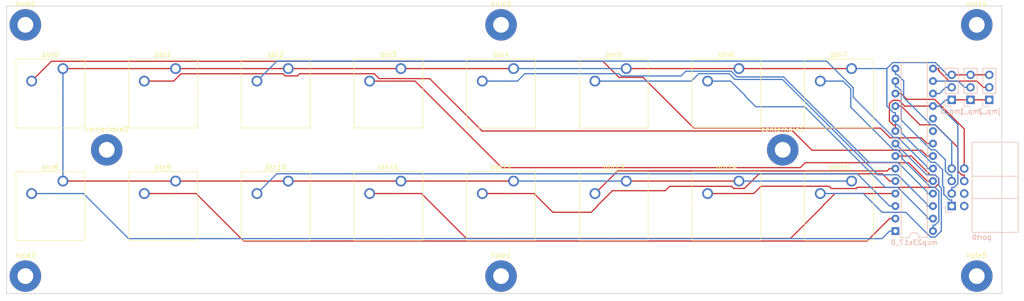
<source format=kicad_pcb>
(kicad_pcb (version 20171130) (host pcbnew 5.1.5)

  (general
    (thickness 1.6)
    (drawings 4)
    (tracks 259)
    (zones 0)
    (modules 29)
    (nets 26)
  )

  (page A4)
  (layers
    (0 F.Cu signal)
    (31 B.Cu signal)
    (32 B.Adhes user)
    (33 F.Adhes user)
    (34 B.Paste user)
    (35 F.Paste user)
    (36 B.SilkS user)
    (37 F.SilkS user)
    (38 B.Mask user)
    (39 F.Mask user)
    (40 Dwgs.User user)
    (41 Cmts.User user)
    (42 Eco1.User user)
    (43 Eco2.User user)
    (44 Edge.Cuts user)
    (45 Margin user)
    (46 B.CrtYd user)
    (47 F.CrtYd user)
    (48 B.Fab user)
    (49 F.Fab user)
  )

  (setup
    (last_trace_width 0.25)
    (trace_clearance 0.25)
    (zone_clearance 0.508)
    (zone_45_only no)
    (trace_min 0.2)
    (via_size 0.8)
    (via_drill 0.4)
    (via_min_size 0.4)
    (via_min_drill 0.3)
    (uvia_size 0.3)
    (uvia_drill 0.1)
    (uvias_allowed no)
    (uvia_min_size 0.2)
    (uvia_min_drill 0.1)
    (edge_width 0.15)
    (segment_width 0.2)
    (pcb_text_width 0.3)
    (pcb_text_size 1.5 1.5)
    (mod_edge_width 0.15)
    (mod_text_size 1 1)
    (mod_text_width 0.15)
    (pad_size 1.524 1.524)
    (pad_drill 0.762)
    (pad_to_mask_clearance 0.051)
    (solder_mask_min_width 0.25)
    (aux_axis_origin 0 0)
    (visible_elements 7FFFFFFF)
    (pcbplotparams
      (layerselection 0x010fc_ffffffff)
      (usegerberextensions false)
      (usegerberattributes false)
      (usegerberadvancedattributes false)
      (creategerberjobfile false)
      (excludeedgelayer true)
      (linewidth 0.100000)
      (plotframeref false)
      (viasonmask false)
      (mode 1)
      (useauxorigin false)
      (hpglpennumber 1)
      (hpglpenspeed 20)
      (hpglpendiameter 15.000000)
      (psnegative false)
      (psa4output false)
      (plotreference true)
      (plotvalue true)
      (plotinvisibletext false)
      (padsonsilk false)
      (subtractmaskfromsilk false)
      (outputformat 1)
      (mirror false)
      (drillshape 1)
      (scaleselection 1)
      (outputdirectory ""))
  )

  (net 0 "")
  (net 1 gnd)
  (net 2 btn08)
  (net 3 btn07)
  (net 4 btn01)
  (net 5 btn14)
  (net 6 btn13)
  (net 7 btn12)
  (net 8 btn11)
  (net 9 btn10)
  (net 10 btn06)
  (net 11 btn05)
  (net 12 btn04)
  (net 13 btn03)
  (net 14 btn02)
  (net 15 btn00)
  (net 16 btn15)
  (net 17 btn09)
  (net 18 3.3v)
  (net 19 cs23s17)
  (net 20 sck)
  (net 21 mosi)
  (net 22 miso)
  (net 23 "Net-(jmp_0-Pad2)")
  (net 24 "Net-(jmp_1-Pad2)")
  (net 25 "Net-(jmp_2-Pad2)")

  (net_class Default "This is the default net class."
    (clearance 0.25)
    (trace_width 0.25)
    (via_dia 0.8)
    (via_drill 0.4)
    (uvia_dia 0.3)
    (uvia_drill 0.1)
    (add_net 3.3v)
    (add_net "Net-(jmp_0-Pad2)")
    (add_net "Net-(jmp_1-Pad2)")
    (add_net "Net-(jmp_2-Pad2)")
    (add_net btn00)
    (add_net btn01)
    (add_net btn02)
    (add_net btn03)
    (add_net btn04)
    (add_net btn05)
    (add_net btn06)
    (add_net btn07)
    (add_net btn08)
    (add_net btn09)
    (add_net btn10)
    (add_net btn11)
    (add_net btn12)
    (add_net btn13)
    (add_net btn14)
    (add_net btn15)
    (add_net cs23s17)
    (add_net gnd)
    (add_net miso)
    (add_net mosi)
    (add_net sck)
  )

  (module MountingHole:MountingHole_3.2mm_M3_Pad (layer F.Cu) (tedit 56D1B4CB) (tstamp 5E432340)
    (at 205.74 83.82)
    (descr "Mounting Hole 3.2mm, M3")
    (tags "mounting hole 3.2mm m3")
    (path /5CA5204B/5E44E20C)
    (attr virtual)
    (fp_text reference centerhole1 (at 0 -4.2) (layer F.SilkS)
      (effects (font (size 1 1) (thickness 0.15)))
    )
    (fp_text value MountingHole (at 0 4.2) (layer F.Fab)
      (effects (font (size 1 1) (thickness 0.15)))
    )
    (fp_circle (center 0 0) (end 3.45 0) (layer F.CrtYd) (width 0.05))
    (fp_circle (center 0 0) (end 3.2 0) (layer Cmts.User) (width 0.15))
    (fp_text user %R (at 0.3 0) (layer F.Fab)
      (effects (font (size 1 1) (thickness 0.15)))
    )
    (pad 1 thru_hole circle (at 0 0) (size 6.4 6.4) (drill 3.2) (layers *.Cu *.Mask))
  )

  (module MountingHole:MountingHole_3.2mm_M3_Pad (layer F.Cu) (tedit 56D1B4CB) (tstamp 5E432338)
    (at 68.58 83.82)
    (descr "Mounting Hole 3.2mm, M3")
    (tags "mounting hole 3.2mm m3")
    (path /5CA5204B/5E44E206)
    (attr virtual)
    (fp_text reference centerhole0 (at 0 -4.2) (layer F.SilkS)
      (effects (font (size 1 1) (thickness 0.15)))
    )
    (fp_text value MountingHole (at 0 4.2) (layer F.Fab)
      (effects (font (size 1 1) (thickness 0.15)))
    )
    (fp_circle (center 0 0) (end 3.45 0) (layer F.CrtYd) (width 0.05))
    (fp_circle (center 0 0) (end 3.2 0) (layer Cmts.User) (width 0.15))
    (fp_text user %R (at 0.3 0) (layer F.Fab)
      (effects (font (size 1 1) (thickness 0.15)))
    )
    (pad 1 thru_hole circle (at 0 0) (size 6.4 6.4) (drill 3.2) (layers *.Cu *.Mask))
  )

  (module homemade_footprints:SW_Cherry_MX_1.00u_PCB_WITHLEDHOLE (layer F.Cu) (tedit 5E42BA99) (tstamp 5CA54122)
    (at 219.71 90.17)
    (descr "Cherry MX keyswitch, 1.00u, PCB mount, http://cherryamericas.com/wp-content/uploads/2014/12/mx_cat.pdf")
    (tags "Cherry MX keyswitch 1.00u PCB")
    (path /5CA52048/5CA4B7D6)
    (fp_text reference btn15 (at -2.54 -2.794) (layer F.SilkS)
      (effects (font (size 1 1) (thickness 0.15)))
    )
    (fp_text value SW_Push (at -2.54 12.954) (layer F.Fab)
      (effects (font (size 1 1) (thickness 0.15)))
    )
    (fp_line (start -9.525 12.065) (end -9.525 -1.905) (layer F.SilkS) (width 0.12))
    (fp_line (start 4.445 12.065) (end -9.525 12.065) (layer F.SilkS) (width 0.12))
    (fp_line (start 4.445 -1.905) (end 4.445 12.065) (layer F.SilkS) (width 0.12))
    (fp_line (start -9.525 -1.905) (end 4.445 -1.905) (layer F.SilkS) (width 0.12))
    (fp_line (start -12.065 14.605) (end -12.065 -4.445) (layer Dwgs.User) (width 0.15))
    (fp_line (start 6.985 14.605) (end -12.065 14.605) (layer Dwgs.User) (width 0.15))
    (fp_line (start 6.985 -4.445) (end 6.985 14.605) (layer Dwgs.User) (width 0.15))
    (fp_line (start -12.065 -4.445) (end 6.985 -4.445) (layer Dwgs.User) (width 0.15))
    (fp_line (start -9.14 -1.52) (end 4.06 -1.52) (layer F.CrtYd) (width 0.05))
    (fp_line (start 4.06 -1.52) (end 4.06 11.68) (layer F.CrtYd) (width 0.05))
    (fp_line (start 4.06 11.68) (end -9.14 11.68) (layer F.CrtYd) (width 0.05))
    (fp_line (start -9.14 11.68) (end -9.14 -1.52) (layer F.CrtYd) (width 0.05))
    (fp_line (start -8.89 11.43) (end -8.89 -1.27) (layer F.Fab) (width 0.1))
    (fp_line (start 3.81 11.43) (end -8.89 11.43) (layer F.Fab) (width 0.1))
    (fp_line (start 3.81 -1.27) (end 3.81 11.43) (layer F.Fab) (width 0.1))
    (fp_line (start -8.89 -1.27) (end 3.81 -1.27) (layer F.Fab) (width 0.1))
    (fp_text user %R (at -2.54 -2.794) (layer F.Fab)
      (effects (font (size 1 1) (thickness 0.15)))
    )
    (pad "" np_thru_hole circle (at -2.54 9.4) (size 3.8 3.8) (drill 3.8) (layers *.Cu *.Mask))
    (pad "" np_thru_hole circle (at 2.54 5.08) (size 1.7 1.7) (drill 1.7) (layers *.Cu *.Mask))
    (pad "" np_thru_hole circle (at -7.62 5.08) (size 1.7 1.7) (drill 1.7) (layers *.Cu *.Mask))
    (pad "" np_thru_hole circle (at -2.54 5.08) (size 4 4) (drill 4) (layers *.Cu *.Mask))
    (pad 2 thru_hole circle (at -6.35 2.54) (size 2.2 2.2) (drill 1.5) (layers *.Cu *.Mask)
      (net 16 btn15))
    (pad 1 thru_hole circle (at 0 0) (size 2.2 2.2) (drill 1.5) (layers *.Cu *.Mask)
      (net 1 gnd))
    (model ${KISYS3DMOD}/Button_Switch_Keyboard.3dshapes/SW_Cherry_MX_1.00u_PCB.wrl
      (at (xyz 0 0 0))
      (scale (xyz 1 1 1))
      (rotate (xyz 0 0 0))
    )
  )

  (module homemade_footprints:SW_Cherry_MX_1.00u_PCB_WITHLEDHOLE (layer F.Cu) (tedit 5E42BA99) (tstamp 5CA53FF9)
    (at 196.85 90.17)
    (descr "Cherry MX keyswitch, 1.00u, PCB mount, http://cherryamericas.com/wp-content/uploads/2014/12/mx_cat.pdf")
    (tags "Cherry MX keyswitch 1.00u PCB")
    (path /5CA52048/5CA4B770)
    (fp_text reference btn14 (at -2.54 -2.794) (layer F.SilkS)
      (effects (font (size 1 1) (thickness 0.15)))
    )
    (fp_text value SW_Push (at -2.54 12.954) (layer F.Fab)
      (effects (font (size 1 1) (thickness 0.15)))
    )
    (fp_line (start -9.525 12.065) (end -9.525 -1.905) (layer F.SilkS) (width 0.12))
    (fp_line (start 4.445 12.065) (end -9.525 12.065) (layer F.SilkS) (width 0.12))
    (fp_line (start 4.445 -1.905) (end 4.445 12.065) (layer F.SilkS) (width 0.12))
    (fp_line (start -9.525 -1.905) (end 4.445 -1.905) (layer F.SilkS) (width 0.12))
    (fp_line (start -12.065 14.605) (end -12.065 -4.445) (layer Dwgs.User) (width 0.15))
    (fp_line (start 6.985 14.605) (end -12.065 14.605) (layer Dwgs.User) (width 0.15))
    (fp_line (start 6.985 -4.445) (end 6.985 14.605) (layer Dwgs.User) (width 0.15))
    (fp_line (start -12.065 -4.445) (end 6.985 -4.445) (layer Dwgs.User) (width 0.15))
    (fp_line (start -9.14 -1.52) (end 4.06 -1.52) (layer F.CrtYd) (width 0.05))
    (fp_line (start 4.06 -1.52) (end 4.06 11.68) (layer F.CrtYd) (width 0.05))
    (fp_line (start 4.06 11.68) (end -9.14 11.68) (layer F.CrtYd) (width 0.05))
    (fp_line (start -9.14 11.68) (end -9.14 -1.52) (layer F.CrtYd) (width 0.05))
    (fp_line (start -8.89 11.43) (end -8.89 -1.27) (layer F.Fab) (width 0.1))
    (fp_line (start 3.81 11.43) (end -8.89 11.43) (layer F.Fab) (width 0.1))
    (fp_line (start 3.81 -1.27) (end 3.81 11.43) (layer F.Fab) (width 0.1))
    (fp_line (start -8.89 -1.27) (end 3.81 -1.27) (layer F.Fab) (width 0.1))
    (fp_text user %R (at -2.54 -2.794) (layer F.Fab)
      (effects (font (size 1 1) (thickness 0.15)))
    )
    (pad "" np_thru_hole circle (at -2.54 9.4) (size 3.8 3.8) (drill 3.8) (layers *.Cu *.Mask))
    (pad "" np_thru_hole circle (at 2.54 5.08) (size 1.7 1.7) (drill 1.7) (layers *.Cu *.Mask))
    (pad "" np_thru_hole circle (at -7.62 5.08) (size 1.7 1.7) (drill 1.7) (layers *.Cu *.Mask))
    (pad "" np_thru_hole circle (at -2.54 5.08) (size 4 4) (drill 4) (layers *.Cu *.Mask))
    (pad 2 thru_hole circle (at -6.35 2.54) (size 2.2 2.2) (drill 1.5) (layers *.Cu *.Mask)
      (net 5 btn14))
    (pad 1 thru_hole circle (at 0 0) (size 2.2 2.2) (drill 1.5) (layers *.Cu *.Mask)
      (net 1 gnd))
    (model ${KISYS3DMOD}/Button_Switch_Keyboard.3dshapes/SW_Cherry_MX_1.00u_PCB.wrl
      (at (xyz 0 0 0))
      (scale (xyz 1 1 1))
      (rotate (xyz 0 0 0))
    )
  )

  (module homemade_footprints:SW_Cherry_MX_1.00u_PCB_WITHLEDHOLE (layer F.Cu) (tedit 5E42BA99) (tstamp 5CA54014)
    (at 173.99 90.17)
    (descr "Cherry MX keyswitch, 1.00u, PCB mount, http://cherryamericas.com/wp-content/uploads/2014/12/mx_cat.pdf")
    (tags "Cherry MX keyswitch 1.00u PCB")
    (path /5CA52048/5CA4B713)
    (fp_text reference btn13 (at -2.54 -2.794) (layer F.SilkS)
      (effects (font (size 1 1) (thickness 0.15)))
    )
    (fp_text value SW_Push (at -2.54 12.954) (layer F.Fab)
      (effects (font (size 1 1) (thickness 0.15)))
    )
    (fp_line (start -9.525 12.065) (end -9.525 -1.905) (layer F.SilkS) (width 0.12))
    (fp_line (start 4.445 12.065) (end -9.525 12.065) (layer F.SilkS) (width 0.12))
    (fp_line (start 4.445 -1.905) (end 4.445 12.065) (layer F.SilkS) (width 0.12))
    (fp_line (start -9.525 -1.905) (end 4.445 -1.905) (layer F.SilkS) (width 0.12))
    (fp_line (start -12.065 14.605) (end -12.065 -4.445) (layer Dwgs.User) (width 0.15))
    (fp_line (start 6.985 14.605) (end -12.065 14.605) (layer Dwgs.User) (width 0.15))
    (fp_line (start 6.985 -4.445) (end 6.985 14.605) (layer Dwgs.User) (width 0.15))
    (fp_line (start -12.065 -4.445) (end 6.985 -4.445) (layer Dwgs.User) (width 0.15))
    (fp_line (start -9.14 -1.52) (end 4.06 -1.52) (layer F.CrtYd) (width 0.05))
    (fp_line (start 4.06 -1.52) (end 4.06 11.68) (layer F.CrtYd) (width 0.05))
    (fp_line (start 4.06 11.68) (end -9.14 11.68) (layer F.CrtYd) (width 0.05))
    (fp_line (start -9.14 11.68) (end -9.14 -1.52) (layer F.CrtYd) (width 0.05))
    (fp_line (start -8.89 11.43) (end -8.89 -1.27) (layer F.Fab) (width 0.1))
    (fp_line (start 3.81 11.43) (end -8.89 11.43) (layer F.Fab) (width 0.1))
    (fp_line (start 3.81 -1.27) (end 3.81 11.43) (layer F.Fab) (width 0.1))
    (fp_line (start -8.89 -1.27) (end 3.81 -1.27) (layer F.Fab) (width 0.1))
    (fp_text user %R (at -2.54 -2.794) (layer F.Fab)
      (effects (font (size 1 1) (thickness 0.15)))
    )
    (pad "" np_thru_hole circle (at -2.54 9.4) (size 3.8 3.8) (drill 3.8) (layers *.Cu *.Mask))
    (pad "" np_thru_hole circle (at 2.54 5.08) (size 1.7 1.7) (drill 1.7) (layers *.Cu *.Mask))
    (pad "" np_thru_hole circle (at -7.62 5.08) (size 1.7 1.7) (drill 1.7) (layers *.Cu *.Mask))
    (pad "" np_thru_hole circle (at -2.54 5.08) (size 4 4) (drill 4) (layers *.Cu *.Mask))
    (pad 2 thru_hole circle (at -6.35 2.54) (size 2.2 2.2) (drill 1.5) (layers *.Cu *.Mask)
      (net 6 btn13))
    (pad 1 thru_hole circle (at 0 0) (size 2.2 2.2) (drill 1.5) (layers *.Cu *.Mask)
      (net 1 gnd))
    (model ${KISYS3DMOD}/Button_Switch_Keyboard.3dshapes/SW_Cherry_MX_1.00u_PCB.wrl
      (at (xyz 0 0 0))
      (scale (xyz 1 1 1))
      (rotate (xyz 0 0 0))
    )
  )

  (module homemade_footprints:SW_Cherry_MX_1.00u_PCB_WITHLEDHOLE (layer F.Cu) (tedit 5E42BA99) (tstamp 5CA5402F)
    (at 151.13 90.17)
    (descr "Cherry MX keyswitch, 1.00u, PCB mount, http://cherryamericas.com/wp-content/uploads/2014/12/mx_cat.pdf")
    (tags "Cherry MX keyswitch 1.00u PCB")
    (path /5CA52048/5CA4B6AD)
    (fp_text reference btn12 (at -2.54 -2.794) (layer F.SilkS)
      (effects (font (size 1 1) (thickness 0.15)))
    )
    (fp_text value SW_Push (at -2.54 12.954) (layer F.Fab)
      (effects (font (size 1 1) (thickness 0.15)))
    )
    (fp_line (start -9.525 12.065) (end -9.525 -1.905) (layer F.SilkS) (width 0.12))
    (fp_line (start 4.445 12.065) (end -9.525 12.065) (layer F.SilkS) (width 0.12))
    (fp_line (start 4.445 -1.905) (end 4.445 12.065) (layer F.SilkS) (width 0.12))
    (fp_line (start -9.525 -1.905) (end 4.445 -1.905) (layer F.SilkS) (width 0.12))
    (fp_line (start -12.065 14.605) (end -12.065 -4.445) (layer Dwgs.User) (width 0.15))
    (fp_line (start 6.985 14.605) (end -12.065 14.605) (layer Dwgs.User) (width 0.15))
    (fp_line (start 6.985 -4.445) (end 6.985 14.605) (layer Dwgs.User) (width 0.15))
    (fp_line (start -12.065 -4.445) (end 6.985 -4.445) (layer Dwgs.User) (width 0.15))
    (fp_line (start -9.14 -1.52) (end 4.06 -1.52) (layer F.CrtYd) (width 0.05))
    (fp_line (start 4.06 -1.52) (end 4.06 11.68) (layer F.CrtYd) (width 0.05))
    (fp_line (start 4.06 11.68) (end -9.14 11.68) (layer F.CrtYd) (width 0.05))
    (fp_line (start -9.14 11.68) (end -9.14 -1.52) (layer F.CrtYd) (width 0.05))
    (fp_line (start -8.89 11.43) (end -8.89 -1.27) (layer F.Fab) (width 0.1))
    (fp_line (start 3.81 11.43) (end -8.89 11.43) (layer F.Fab) (width 0.1))
    (fp_line (start 3.81 -1.27) (end 3.81 11.43) (layer F.Fab) (width 0.1))
    (fp_line (start -8.89 -1.27) (end 3.81 -1.27) (layer F.Fab) (width 0.1))
    (fp_text user %R (at -2.54 -2.794) (layer F.Fab)
      (effects (font (size 1 1) (thickness 0.15)))
    )
    (pad "" np_thru_hole circle (at -2.54 9.4) (size 3.8 3.8) (drill 3.8) (layers *.Cu *.Mask))
    (pad "" np_thru_hole circle (at 2.54 5.08) (size 1.7 1.7) (drill 1.7) (layers *.Cu *.Mask))
    (pad "" np_thru_hole circle (at -7.62 5.08) (size 1.7 1.7) (drill 1.7) (layers *.Cu *.Mask))
    (pad "" np_thru_hole circle (at -2.54 5.08) (size 4 4) (drill 4) (layers *.Cu *.Mask))
    (pad 2 thru_hole circle (at -6.35 2.54) (size 2.2 2.2) (drill 1.5) (layers *.Cu *.Mask)
      (net 7 btn12))
    (pad 1 thru_hole circle (at 0 0) (size 2.2 2.2) (drill 1.5) (layers *.Cu *.Mask)
      (net 1 gnd))
    (model ${KISYS3DMOD}/Button_Switch_Keyboard.3dshapes/SW_Cherry_MX_1.00u_PCB.wrl
      (at (xyz 0 0 0))
      (scale (xyz 1 1 1))
      (rotate (xyz 0 0 0))
    )
  )

  (module homemade_footprints:SW_Cherry_MX_1.00u_PCB_WITHLEDHOLE (layer F.Cu) (tedit 5E42BA99) (tstamp 5CA5404A)
    (at 128.27 90.17)
    (descr "Cherry MX keyswitch, 1.00u, PCB mount, http://cherryamericas.com/wp-content/uploads/2014/12/mx_cat.pdf")
    (tags "Cherry MX keyswitch 1.00u PCB")
    (path /5CA52048/5CA4B5F0)
    (fp_text reference btn11 (at -2.54 -2.794) (layer F.SilkS)
      (effects (font (size 1 1) (thickness 0.15)))
    )
    (fp_text value SW_Push (at -2.54 12.954) (layer F.Fab)
      (effects (font (size 1 1) (thickness 0.15)))
    )
    (fp_line (start -9.525 12.065) (end -9.525 -1.905) (layer F.SilkS) (width 0.12))
    (fp_line (start 4.445 12.065) (end -9.525 12.065) (layer F.SilkS) (width 0.12))
    (fp_line (start 4.445 -1.905) (end 4.445 12.065) (layer F.SilkS) (width 0.12))
    (fp_line (start -9.525 -1.905) (end 4.445 -1.905) (layer F.SilkS) (width 0.12))
    (fp_line (start -12.065 14.605) (end -12.065 -4.445) (layer Dwgs.User) (width 0.15))
    (fp_line (start 6.985 14.605) (end -12.065 14.605) (layer Dwgs.User) (width 0.15))
    (fp_line (start 6.985 -4.445) (end 6.985 14.605) (layer Dwgs.User) (width 0.15))
    (fp_line (start -12.065 -4.445) (end 6.985 -4.445) (layer Dwgs.User) (width 0.15))
    (fp_line (start -9.14 -1.52) (end 4.06 -1.52) (layer F.CrtYd) (width 0.05))
    (fp_line (start 4.06 -1.52) (end 4.06 11.68) (layer F.CrtYd) (width 0.05))
    (fp_line (start 4.06 11.68) (end -9.14 11.68) (layer F.CrtYd) (width 0.05))
    (fp_line (start -9.14 11.68) (end -9.14 -1.52) (layer F.CrtYd) (width 0.05))
    (fp_line (start -8.89 11.43) (end -8.89 -1.27) (layer F.Fab) (width 0.1))
    (fp_line (start 3.81 11.43) (end -8.89 11.43) (layer F.Fab) (width 0.1))
    (fp_line (start 3.81 -1.27) (end 3.81 11.43) (layer F.Fab) (width 0.1))
    (fp_line (start -8.89 -1.27) (end 3.81 -1.27) (layer F.Fab) (width 0.1))
    (fp_text user %R (at -2.54 -2.794) (layer F.Fab)
      (effects (font (size 1 1) (thickness 0.15)))
    )
    (pad "" np_thru_hole circle (at -2.54 9.4) (size 3.8 3.8) (drill 3.8) (layers *.Cu *.Mask))
    (pad "" np_thru_hole circle (at 2.54 5.08) (size 1.7 1.7) (drill 1.7) (layers *.Cu *.Mask))
    (pad "" np_thru_hole circle (at -7.62 5.08) (size 1.7 1.7) (drill 1.7) (layers *.Cu *.Mask))
    (pad "" np_thru_hole circle (at -2.54 5.08) (size 4 4) (drill 4) (layers *.Cu *.Mask))
    (pad 2 thru_hole circle (at -6.35 2.54) (size 2.2 2.2) (drill 1.5) (layers *.Cu *.Mask)
      (net 8 btn11))
    (pad 1 thru_hole circle (at 0 0) (size 2.2 2.2) (drill 1.5) (layers *.Cu *.Mask)
      (net 1 gnd))
    (model ${KISYS3DMOD}/Button_Switch_Keyboard.3dshapes/SW_Cherry_MX_1.00u_PCB.wrl
      (at (xyz 0 0 0))
      (scale (xyz 1 1 1))
      (rotate (xyz 0 0 0))
    )
  )

  (module homemade_footprints:SW_Cherry_MX_1.00u_PCB_WITHLEDHOLE (layer F.Cu) (tedit 5E42BA99) (tstamp 5CA54065)
    (at 105.41 90.17)
    (descr "Cherry MX keyswitch, 1.00u, PCB mount, http://cherryamericas.com/wp-content/uploads/2014/12/mx_cat.pdf")
    (tags "Cherry MX keyswitch 1.00u PCB")
    (path /5CA52048/5CA4B57E)
    (fp_text reference btn10 (at -2.54 -2.794) (layer F.SilkS)
      (effects (font (size 1 1) (thickness 0.15)))
    )
    (fp_text value SW_Push (at -2.54 12.954) (layer F.Fab)
      (effects (font (size 1 1) (thickness 0.15)))
    )
    (fp_line (start -9.525 12.065) (end -9.525 -1.905) (layer F.SilkS) (width 0.12))
    (fp_line (start 4.445 12.065) (end -9.525 12.065) (layer F.SilkS) (width 0.12))
    (fp_line (start 4.445 -1.905) (end 4.445 12.065) (layer F.SilkS) (width 0.12))
    (fp_line (start -9.525 -1.905) (end 4.445 -1.905) (layer F.SilkS) (width 0.12))
    (fp_line (start -12.065 14.605) (end -12.065 -4.445) (layer Dwgs.User) (width 0.15))
    (fp_line (start 6.985 14.605) (end -12.065 14.605) (layer Dwgs.User) (width 0.15))
    (fp_line (start 6.985 -4.445) (end 6.985 14.605) (layer Dwgs.User) (width 0.15))
    (fp_line (start -12.065 -4.445) (end 6.985 -4.445) (layer Dwgs.User) (width 0.15))
    (fp_line (start -9.14 -1.52) (end 4.06 -1.52) (layer F.CrtYd) (width 0.05))
    (fp_line (start 4.06 -1.52) (end 4.06 11.68) (layer F.CrtYd) (width 0.05))
    (fp_line (start 4.06 11.68) (end -9.14 11.68) (layer F.CrtYd) (width 0.05))
    (fp_line (start -9.14 11.68) (end -9.14 -1.52) (layer F.CrtYd) (width 0.05))
    (fp_line (start -8.89 11.43) (end -8.89 -1.27) (layer F.Fab) (width 0.1))
    (fp_line (start 3.81 11.43) (end -8.89 11.43) (layer F.Fab) (width 0.1))
    (fp_line (start 3.81 -1.27) (end 3.81 11.43) (layer F.Fab) (width 0.1))
    (fp_line (start -8.89 -1.27) (end 3.81 -1.27) (layer F.Fab) (width 0.1))
    (fp_text user %R (at -2.54 -2.794) (layer F.Fab)
      (effects (font (size 1 1) (thickness 0.15)))
    )
    (pad "" np_thru_hole circle (at -2.54 9.4) (size 3.8 3.8) (drill 3.8) (layers *.Cu *.Mask))
    (pad "" np_thru_hole circle (at 2.54 5.08) (size 1.7 1.7) (drill 1.7) (layers *.Cu *.Mask))
    (pad "" np_thru_hole circle (at -7.62 5.08) (size 1.7 1.7) (drill 1.7) (layers *.Cu *.Mask))
    (pad "" np_thru_hole circle (at -2.54 5.08) (size 4 4) (drill 4) (layers *.Cu *.Mask))
    (pad 2 thru_hole circle (at -6.35 2.54) (size 2.2 2.2) (drill 1.5) (layers *.Cu *.Mask)
      (net 9 btn10))
    (pad 1 thru_hole circle (at 0 0) (size 2.2 2.2) (drill 1.5) (layers *.Cu *.Mask)
      (net 1 gnd))
    (model ${KISYS3DMOD}/Button_Switch_Keyboard.3dshapes/SW_Cherry_MX_1.00u_PCB.wrl
      (at (xyz 0 0 0))
      (scale (xyz 1 1 1))
      (rotate (xyz 0 0 0))
    )
  )

  (module homemade_footprints:SW_Cherry_MX_1.00u_PCB_WITHLEDHOLE (layer F.Cu) (tedit 5E42BA99) (tstamp 5CA5413D)
    (at 82.55 90.17)
    (descr "Cherry MX keyswitch, 1.00u, PCB mount, http://cherryamericas.com/wp-content/uploads/2014/12/mx_cat.pdf")
    (tags "Cherry MX keyswitch 1.00u PCB")
    (path /5CA52048/5CA4B4F7)
    (fp_text reference btn9 (at -2.54 -2.794) (layer F.SilkS)
      (effects (font (size 1 1) (thickness 0.15)))
    )
    (fp_text value SW_Push (at -2.54 12.954) (layer F.Fab)
      (effects (font (size 1 1) (thickness 0.15)))
    )
    (fp_line (start -9.525 12.065) (end -9.525 -1.905) (layer F.SilkS) (width 0.12))
    (fp_line (start 4.445 12.065) (end -9.525 12.065) (layer F.SilkS) (width 0.12))
    (fp_line (start 4.445 -1.905) (end 4.445 12.065) (layer F.SilkS) (width 0.12))
    (fp_line (start -9.525 -1.905) (end 4.445 -1.905) (layer F.SilkS) (width 0.12))
    (fp_line (start -12.065 14.605) (end -12.065 -4.445) (layer Dwgs.User) (width 0.15))
    (fp_line (start 6.985 14.605) (end -12.065 14.605) (layer Dwgs.User) (width 0.15))
    (fp_line (start 6.985 -4.445) (end 6.985 14.605) (layer Dwgs.User) (width 0.15))
    (fp_line (start -12.065 -4.445) (end 6.985 -4.445) (layer Dwgs.User) (width 0.15))
    (fp_line (start -9.14 -1.52) (end 4.06 -1.52) (layer F.CrtYd) (width 0.05))
    (fp_line (start 4.06 -1.52) (end 4.06 11.68) (layer F.CrtYd) (width 0.05))
    (fp_line (start 4.06 11.68) (end -9.14 11.68) (layer F.CrtYd) (width 0.05))
    (fp_line (start -9.14 11.68) (end -9.14 -1.52) (layer F.CrtYd) (width 0.05))
    (fp_line (start -8.89 11.43) (end -8.89 -1.27) (layer F.Fab) (width 0.1))
    (fp_line (start 3.81 11.43) (end -8.89 11.43) (layer F.Fab) (width 0.1))
    (fp_line (start 3.81 -1.27) (end 3.81 11.43) (layer F.Fab) (width 0.1))
    (fp_line (start -8.89 -1.27) (end 3.81 -1.27) (layer F.Fab) (width 0.1))
    (fp_text user %R (at -2.54 -2.794) (layer F.Fab)
      (effects (font (size 1 1) (thickness 0.15)))
    )
    (pad "" np_thru_hole circle (at -2.54 9.4) (size 3.8 3.8) (drill 3.8) (layers *.Cu *.Mask))
    (pad "" np_thru_hole circle (at 2.54 5.08) (size 1.7 1.7) (drill 1.7) (layers *.Cu *.Mask))
    (pad "" np_thru_hole circle (at -7.62 5.08) (size 1.7 1.7) (drill 1.7) (layers *.Cu *.Mask))
    (pad "" np_thru_hole circle (at -2.54 5.08) (size 4 4) (drill 4) (layers *.Cu *.Mask))
    (pad 2 thru_hole circle (at -6.35 2.54) (size 2.2 2.2) (drill 1.5) (layers *.Cu *.Mask)
      (net 17 btn09))
    (pad 1 thru_hole circle (at 0 0) (size 2.2 2.2) (drill 1.5) (layers *.Cu *.Mask)
      (net 1 gnd))
    (model ${KISYS3DMOD}/Button_Switch_Keyboard.3dshapes/SW_Cherry_MX_1.00u_PCB.wrl
      (at (xyz 0 0 0))
      (scale (xyz 1 1 1))
      (rotate (xyz 0 0 0))
    )
  )

  (module homemade_footprints:SW_Cherry_MX_1.00u_PCB_WITHLEDHOLE (layer F.Cu) (tedit 5E42BA99) (tstamp 5CA53FA8)
    (at 59.69 90.17)
    (descr "Cherry MX keyswitch, 1.00u, PCB mount, http://cherryamericas.com/wp-content/uploads/2014/12/mx_cat.pdf")
    (tags "Cherry MX keyswitch 1.00u PCB")
    (path /5CA52048/5CA4B400)
    (fp_text reference btn8 (at -2.54 -2.794) (layer F.SilkS)
      (effects (font (size 1 1) (thickness 0.15)))
    )
    (fp_text value SW_Push (at -2.54 12.954) (layer F.Fab)
      (effects (font (size 1 1) (thickness 0.15)))
    )
    (fp_line (start -9.525 12.065) (end -9.525 -1.905) (layer F.SilkS) (width 0.12))
    (fp_line (start 4.445 12.065) (end -9.525 12.065) (layer F.SilkS) (width 0.12))
    (fp_line (start 4.445 -1.905) (end 4.445 12.065) (layer F.SilkS) (width 0.12))
    (fp_line (start -9.525 -1.905) (end 4.445 -1.905) (layer F.SilkS) (width 0.12))
    (fp_line (start -12.065 14.605) (end -12.065 -4.445) (layer Dwgs.User) (width 0.15))
    (fp_line (start 6.985 14.605) (end -12.065 14.605) (layer Dwgs.User) (width 0.15))
    (fp_line (start 6.985 -4.445) (end 6.985 14.605) (layer Dwgs.User) (width 0.15))
    (fp_line (start -12.065 -4.445) (end 6.985 -4.445) (layer Dwgs.User) (width 0.15))
    (fp_line (start -9.14 -1.52) (end 4.06 -1.52) (layer F.CrtYd) (width 0.05))
    (fp_line (start 4.06 -1.52) (end 4.06 11.68) (layer F.CrtYd) (width 0.05))
    (fp_line (start 4.06 11.68) (end -9.14 11.68) (layer F.CrtYd) (width 0.05))
    (fp_line (start -9.14 11.68) (end -9.14 -1.52) (layer F.CrtYd) (width 0.05))
    (fp_line (start -8.89 11.43) (end -8.89 -1.27) (layer F.Fab) (width 0.1))
    (fp_line (start 3.81 11.43) (end -8.89 11.43) (layer F.Fab) (width 0.1))
    (fp_line (start 3.81 -1.27) (end 3.81 11.43) (layer F.Fab) (width 0.1))
    (fp_line (start -8.89 -1.27) (end 3.81 -1.27) (layer F.Fab) (width 0.1))
    (fp_text user %R (at -2.54 -2.794) (layer F.Fab)
      (effects (font (size 1 1) (thickness 0.15)))
    )
    (pad "" np_thru_hole circle (at -2.54 9.4) (size 3.8 3.8) (drill 3.8) (layers *.Cu *.Mask))
    (pad "" np_thru_hole circle (at 2.54 5.08) (size 1.7 1.7) (drill 1.7) (layers *.Cu *.Mask))
    (pad "" np_thru_hole circle (at -7.62 5.08) (size 1.7 1.7) (drill 1.7) (layers *.Cu *.Mask))
    (pad "" np_thru_hole circle (at -2.54 5.08) (size 4 4) (drill 4) (layers *.Cu *.Mask))
    (pad 2 thru_hole circle (at -6.35 2.54) (size 2.2 2.2) (drill 1.5) (layers *.Cu *.Mask)
      (net 2 btn08))
    (pad 1 thru_hole circle (at 0 0) (size 2.2 2.2) (drill 1.5) (layers *.Cu *.Mask)
      (net 1 gnd))
    (model ${KISYS3DMOD}/Button_Switch_Keyboard.3dshapes/SW_Cherry_MX_1.00u_PCB.wrl
      (at (xyz 0 0 0))
      (scale (xyz 1 1 1))
      (rotate (xyz 0 0 0))
    )
  )

  (module homemade_footprints:SW_Cherry_MX_1.00u_PCB_WITHLEDHOLE (layer F.Cu) (tedit 5E42BA99) (tstamp 5CA53FC3)
    (at 219.71 67.31)
    (descr "Cherry MX keyswitch, 1.00u, PCB mount, http://cherryamericas.com/wp-content/uploads/2014/12/mx_cat.pdf")
    (tags "Cherry MX keyswitch 1.00u PCB")
    (path /5CA52048/5CA4B5E7)
    (fp_text reference btn7 (at -2.54 -2.794) (layer F.SilkS)
      (effects (font (size 1 1) (thickness 0.15)))
    )
    (fp_text value SW_Push (at -2.54 12.954) (layer F.Fab)
      (effects (font (size 1 1) (thickness 0.15)))
    )
    (fp_line (start -9.525 12.065) (end -9.525 -1.905) (layer F.SilkS) (width 0.12))
    (fp_line (start 4.445 12.065) (end -9.525 12.065) (layer F.SilkS) (width 0.12))
    (fp_line (start 4.445 -1.905) (end 4.445 12.065) (layer F.SilkS) (width 0.12))
    (fp_line (start -9.525 -1.905) (end 4.445 -1.905) (layer F.SilkS) (width 0.12))
    (fp_line (start -12.065 14.605) (end -12.065 -4.445) (layer Dwgs.User) (width 0.15))
    (fp_line (start 6.985 14.605) (end -12.065 14.605) (layer Dwgs.User) (width 0.15))
    (fp_line (start 6.985 -4.445) (end 6.985 14.605) (layer Dwgs.User) (width 0.15))
    (fp_line (start -12.065 -4.445) (end 6.985 -4.445) (layer Dwgs.User) (width 0.15))
    (fp_line (start -9.14 -1.52) (end 4.06 -1.52) (layer F.CrtYd) (width 0.05))
    (fp_line (start 4.06 -1.52) (end 4.06 11.68) (layer F.CrtYd) (width 0.05))
    (fp_line (start 4.06 11.68) (end -9.14 11.68) (layer F.CrtYd) (width 0.05))
    (fp_line (start -9.14 11.68) (end -9.14 -1.52) (layer F.CrtYd) (width 0.05))
    (fp_line (start -8.89 11.43) (end -8.89 -1.27) (layer F.Fab) (width 0.1))
    (fp_line (start 3.81 11.43) (end -8.89 11.43) (layer F.Fab) (width 0.1))
    (fp_line (start 3.81 -1.27) (end 3.81 11.43) (layer F.Fab) (width 0.1))
    (fp_line (start -8.89 -1.27) (end 3.81 -1.27) (layer F.Fab) (width 0.1))
    (fp_text user %R (at -2.54 -2.794) (layer F.Fab)
      (effects (font (size 1 1) (thickness 0.15)))
    )
    (pad "" np_thru_hole circle (at -2.54 9.4) (size 3.8 3.8) (drill 3.8) (layers *.Cu *.Mask))
    (pad "" np_thru_hole circle (at 2.54 5.08) (size 1.7 1.7) (drill 1.7) (layers *.Cu *.Mask))
    (pad "" np_thru_hole circle (at -7.62 5.08) (size 1.7 1.7) (drill 1.7) (layers *.Cu *.Mask))
    (pad "" np_thru_hole circle (at -2.54 5.08) (size 4 4) (drill 4) (layers *.Cu *.Mask))
    (pad 2 thru_hole circle (at -6.35 2.54) (size 2.2 2.2) (drill 1.5) (layers *.Cu *.Mask)
      (net 3 btn07))
    (pad 1 thru_hole circle (at 0 0) (size 2.2 2.2) (drill 1.5) (layers *.Cu *.Mask)
      (net 1 gnd))
    (model ${KISYS3DMOD}/Button_Switch_Keyboard.3dshapes/SW_Cherry_MX_1.00u_PCB.wrl
      (at (xyz 0 0 0))
      (scale (xyz 1 1 1))
      (rotate (xyz 0 0 0))
    )
  )

  (module homemade_footprints:SW_Cherry_MX_1.00u_PCB_WITHLEDHOLE (layer F.Cu) (tedit 5E42BA99) (tstamp 5CA54080)
    (at 196.85 67.31)
    (descr "Cherry MX keyswitch, 1.00u, PCB mount, http://cherryamericas.com/wp-content/uploads/2014/12/mx_cat.pdf")
    (tags "Cherry MX keyswitch 1.00u PCB")
    (path /5CA52048/5CA4B575)
    (fp_text reference btn6 (at -2.54 -2.794) (layer F.SilkS)
      (effects (font (size 1 1) (thickness 0.15)))
    )
    (fp_text value SW_Push (at -2.54 12.954) (layer F.Fab)
      (effects (font (size 1 1) (thickness 0.15)))
    )
    (fp_line (start -9.525 12.065) (end -9.525 -1.905) (layer F.SilkS) (width 0.12))
    (fp_line (start 4.445 12.065) (end -9.525 12.065) (layer F.SilkS) (width 0.12))
    (fp_line (start 4.445 -1.905) (end 4.445 12.065) (layer F.SilkS) (width 0.12))
    (fp_line (start -9.525 -1.905) (end 4.445 -1.905) (layer F.SilkS) (width 0.12))
    (fp_line (start -12.065 14.605) (end -12.065 -4.445) (layer Dwgs.User) (width 0.15))
    (fp_line (start 6.985 14.605) (end -12.065 14.605) (layer Dwgs.User) (width 0.15))
    (fp_line (start 6.985 -4.445) (end 6.985 14.605) (layer Dwgs.User) (width 0.15))
    (fp_line (start -12.065 -4.445) (end 6.985 -4.445) (layer Dwgs.User) (width 0.15))
    (fp_line (start -9.14 -1.52) (end 4.06 -1.52) (layer F.CrtYd) (width 0.05))
    (fp_line (start 4.06 -1.52) (end 4.06 11.68) (layer F.CrtYd) (width 0.05))
    (fp_line (start 4.06 11.68) (end -9.14 11.68) (layer F.CrtYd) (width 0.05))
    (fp_line (start -9.14 11.68) (end -9.14 -1.52) (layer F.CrtYd) (width 0.05))
    (fp_line (start -8.89 11.43) (end -8.89 -1.27) (layer F.Fab) (width 0.1))
    (fp_line (start 3.81 11.43) (end -8.89 11.43) (layer F.Fab) (width 0.1))
    (fp_line (start 3.81 -1.27) (end 3.81 11.43) (layer F.Fab) (width 0.1))
    (fp_line (start -8.89 -1.27) (end 3.81 -1.27) (layer F.Fab) (width 0.1))
    (fp_text user %R (at -2.54 -2.794) (layer F.Fab)
      (effects (font (size 1 1) (thickness 0.15)))
    )
    (pad "" np_thru_hole circle (at -2.54 9.4) (size 3.8 3.8) (drill 3.8) (layers *.Cu *.Mask))
    (pad "" np_thru_hole circle (at 2.54 5.08) (size 1.7 1.7) (drill 1.7) (layers *.Cu *.Mask))
    (pad "" np_thru_hole circle (at -7.62 5.08) (size 1.7 1.7) (drill 1.7) (layers *.Cu *.Mask))
    (pad "" np_thru_hole circle (at -2.54 5.08) (size 4 4) (drill 4) (layers *.Cu *.Mask))
    (pad 2 thru_hole circle (at -6.35 2.54) (size 2.2 2.2) (drill 1.5) (layers *.Cu *.Mask)
      (net 10 btn06))
    (pad 1 thru_hole circle (at 0 0) (size 2.2 2.2) (drill 1.5) (layers *.Cu *.Mask)
      (net 1 gnd))
    (model ${KISYS3DMOD}/Button_Switch_Keyboard.3dshapes/SW_Cherry_MX_1.00u_PCB.wrl
      (at (xyz 0 0 0))
      (scale (xyz 1 1 1))
      (rotate (xyz 0 0 0))
    )
  )

  (module homemade_footprints:SW_Cherry_MX_1.00u_PCB_WITHLEDHOLE (layer F.Cu) (tedit 5E42BA99) (tstamp 5CA5409B)
    (at 173.99 67.31)
    (descr "Cherry MX keyswitch, 1.00u, PCB mount, http://cherryamericas.com/wp-content/uploads/2014/12/mx_cat.pdf")
    (tags "Cherry MX keyswitch 1.00u PCB")
    (path /5CA52048/5CA4B4EE)
    (fp_text reference btn5 (at -2.54 -2.794) (layer F.SilkS)
      (effects (font (size 1 1) (thickness 0.15)))
    )
    (fp_text value SW_Push (at -2.54 12.954) (layer F.Fab)
      (effects (font (size 1 1) (thickness 0.15)))
    )
    (fp_line (start -9.525 12.065) (end -9.525 -1.905) (layer F.SilkS) (width 0.12))
    (fp_line (start 4.445 12.065) (end -9.525 12.065) (layer F.SilkS) (width 0.12))
    (fp_line (start 4.445 -1.905) (end 4.445 12.065) (layer F.SilkS) (width 0.12))
    (fp_line (start -9.525 -1.905) (end 4.445 -1.905) (layer F.SilkS) (width 0.12))
    (fp_line (start -12.065 14.605) (end -12.065 -4.445) (layer Dwgs.User) (width 0.15))
    (fp_line (start 6.985 14.605) (end -12.065 14.605) (layer Dwgs.User) (width 0.15))
    (fp_line (start 6.985 -4.445) (end 6.985 14.605) (layer Dwgs.User) (width 0.15))
    (fp_line (start -12.065 -4.445) (end 6.985 -4.445) (layer Dwgs.User) (width 0.15))
    (fp_line (start -9.14 -1.52) (end 4.06 -1.52) (layer F.CrtYd) (width 0.05))
    (fp_line (start 4.06 -1.52) (end 4.06 11.68) (layer F.CrtYd) (width 0.05))
    (fp_line (start 4.06 11.68) (end -9.14 11.68) (layer F.CrtYd) (width 0.05))
    (fp_line (start -9.14 11.68) (end -9.14 -1.52) (layer F.CrtYd) (width 0.05))
    (fp_line (start -8.89 11.43) (end -8.89 -1.27) (layer F.Fab) (width 0.1))
    (fp_line (start 3.81 11.43) (end -8.89 11.43) (layer F.Fab) (width 0.1))
    (fp_line (start 3.81 -1.27) (end 3.81 11.43) (layer F.Fab) (width 0.1))
    (fp_line (start -8.89 -1.27) (end 3.81 -1.27) (layer F.Fab) (width 0.1))
    (fp_text user %R (at -2.54 -2.794) (layer F.Fab)
      (effects (font (size 1 1) (thickness 0.15)))
    )
    (pad "" np_thru_hole circle (at -2.54 9.4) (size 3.8 3.8) (drill 3.8) (layers *.Cu *.Mask))
    (pad "" np_thru_hole circle (at 2.54 5.08) (size 1.7 1.7) (drill 1.7) (layers *.Cu *.Mask))
    (pad "" np_thru_hole circle (at -7.62 5.08) (size 1.7 1.7) (drill 1.7) (layers *.Cu *.Mask))
    (pad "" np_thru_hole circle (at -2.54 5.08) (size 4 4) (drill 4) (layers *.Cu *.Mask))
    (pad 2 thru_hole circle (at -6.35 2.54) (size 2.2 2.2) (drill 1.5) (layers *.Cu *.Mask)
      (net 11 btn05))
    (pad 1 thru_hole circle (at 0 0) (size 2.2 2.2) (drill 1.5) (layers *.Cu *.Mask)
      (net 1 gnd))
    (model ${KISYS3DMOD}/Button_Switch_Keyboard.3dshapes/SW_Cherry_MX_1.00u_PCB.wrl
      (at (xyz 0 0 0))
      (scale (xyz 1 1 1))
      (rotate (xyz 0 0 0))
    )
  )

  (module homemade_footprints:SW_Cherry_MX_1.00u_PCB_WITHLEDHOLE (layer F.Cu) (tedit 5E42BA99) (tstamp 5CA540B6)
    (at 151.13 67.31)
    (descr "Cherry MX keyswitch, 1.00u, PCB mount, http://cherryamericas.com/wp-content/uploads/2014/12/mx_cat.pdf")
    (tags "Cherry MX keyswitch 1.00u PCB")
    (path /5CA52048/5CA4B3E1)
    (fp_text reference btn4 (at -2.54 -2.794) (layer F.SilkS)
      (effects (font (size 1 1) (thickness 0.15)))
    )
    (fp_text value SW_Push (at -2.54 12.954) (layer F.Fab)
      (effects (font (size 1 1) (thickness 0.15)))
    )
    (fp_line (start -9.525 12.065) (end -9.525 -1.905) (layer F.SilkS) (width 0.12))
    (fp_line (start 4.445 12.065) (end -9.525 12.065) (layer F.SilkS) (width 0.12))
    (fp_line (start 4.445 -1.905) (end 4.445 12.065) (layer F.SilkS) (width 0.12))
    (fp_line (start -9.525 -1.905) (end 4.445 -1.905) (layer F.SilkS) (width 0.12))
    (fp_line (start -12.065 14.605) (end -12.065 -4.445) (layer Dwgs.User) (width 0.15))
    (fp_line (start 6.985 14.605) (end -12.065 14.605) (layer Dwgs.User) (width 0.15))
    (fp_line (start 6.985 -4.445) (end 6.985 14.605) (layer Dwgs.User) (width 0.15))
    (fp_line (start -12.065 -4.445) (end 6.985 -4.445) (layer Dwgs.User) (width 0.15))
    (fp_line (start -9.14 -1.52) (end 4.06 -1.52) (layer F.CrtYd) (width 0.05))
    (fp_line (start 4.06 -1.52) (end 4.06 11.68) (layer F.CrtYd) (width 0.05))
    (fp_line (start 4.06 11.68) (end -9.14 11.68) (layer F.CrtYd) (width 0.05))
    (fp_line (start -9.14 11.68) (end -9.14 -1.52) (layer F.CrtYd) (width 0.05))
    (fp_line (start -8.89 11.43) (end -8.89 -1.27) (layer F.Fab) (width 0.1))
    (fp_line (start 3.81 11.43) (end -8.89 11.43) (layer F.Fab) (width 0.1))
    (fp_line (start 3.81 -1.27) (end 3.81 11.43) (layer F.Fab) (width 0.1))
    (fp_line (start -8.89 -1.27) (end 3.81 -1.27) (layer F.Fab) (width 0.1))
    (fp_text user %R (at -2.54 -2.794) (layer F.Fab)
      (effects (font (size 1 1) (thickness 0.15)))
    )
    (pad "" np_thru_hole circle (at -2.54 9.4) (size 3.8 3.8) (drill 3.8) (layers *.Cu *.Mask))
    (pad "" np_thru_hole circle (at 2.54 5.08) (size 1.7 1.7) (drill 1.7) (layers *.Cu *.Mask))
    (pad "" np_thru_hole circle (at -7.62 5.08) (size 1.7 1.7) (drill 1.7) (layers *.Cu *.Mask))
    (pad "" np_thru_hole circle (at -2.54 5.08) (size 4 4) (drill 4) (layers *.Cu *.Mask))
    (pad 2 thru_hole circle (at -6.35 2.54) (size 2.2 2.2) (drill 1.5) (layers *.Cu *.Mask)
      (net 12 btn04))
    (pad 1 thru_hole circle (at 0 0) (size 2.2 2.2) (drill 1.5) (layers *.Cu *.Mask)
      (net 1 gnd))
    (model ${KISYS3DMOD}/Button_Switch_Keyboard.3dshapes/SW_Cherry_MX_1.00u_PCB.wrl
      (at (xyz 0 0 0))
      (scale (xyz 1 1 1))
      (rotate (xyz 0 0 0))
    )
  )

  (module homemade_footprints:SW_Cherry_MX_1.00u_PCB_WITHLEDHOLE (layer F.Cu) (tedit 5E42BA99) (tstamp 5CA540D1)
    (at 128.27 67.31)
    (descr "Cherry MX keyswitch, 1.00u, PCB mount, http://cherryamericas.com/wp-content/uploads/2014/12/mx_cat.pdf")
    (tags "Cherry MX keyswitch 1.00u PCB")
    (path /5CA52048/5CA4B5DE)
    (fp_text reference btn3 (at -2.54 -2.794) (layer F.SilkS)
      (effects (font (size 1 1) (thickness 0.15)))
    )
    (fp_text value SW_Push (at -2.54 12.954) (layer F.Fab)
      (effects (font (size 1 1) (thickness 0.15)))
    )
    (fp_line (start -9.525 12.065) (end -9.525 -1.905) (layer F.SilkS) (width 0.12))
    (fp_line (start 4.445 12.065) (end -9.525 12.065) (layer F.SilkS) (width 0.12))
    (fp_line (start 4.445 -1.905) (end 4.445 12.065) (layer F.SilkS) (width 0.12))
    (fp_line (start -9.525 -1.905) (end 4.445 -1.905) (layer F.SilkS) (width 0.12))
    (fp_line (start -12.065 14.605) (end -12.065 -4.445) (layer Dwgs.User) (width 0.15))
    (fp_line (start 6.985 14.605) (end -12.065 14.605) (layer Dwgs.User) (width 0.15))
    (fp_line (start 6.985 -4.445) (end 6.985 14.605) (layer Dwgs.User) (width 0.15))
    (fp_line (start -12.065 -4.445) (end 6.985 -4.445) (layer Dwgs.User) (width 0.15))
    (fp_line (start -9.14 -1.52) (end 4.06 -1.52) (layer F.CrtYd) (width 0.05))
    (fp_line (start 4.06 -1.52) (end 4.06 11.68) (layer F.CrtYd) (width 0.05))
    (fp_line (start 4.06 11.68) (end -9.14 11.68) (layer F.CrtYd) (width 0.05))
    (fp_line (start -9.14 11.68) (end -9.14 -1.52) (layer F.CrtYd) (width 0.05))
    (fp_line (start -8.89 11.43) (end -8.89 -1.27) (layer F.Fab) (width 0.1))
    (fp_line (start 3.81 11.43) (end -8.89 11.43) (layer F.Fab) (width 0.1))
    (fp_line (start 3.81 -1.27) (end 3.81 11.43) (layer F.Fab) (width 0.1))
    (fp_line (start -8.89 -1.27) (end 3.81 -1.27) (layer F.Fab) (width 0.1))
    (fp_text user %R (at -2.54 -2.794) (layer F.Fab)
      (effects (font (size 1 1) (thickness 0.15)))
    )
    (pad "" np_thru_hole circle (at -2.54 9.4) (size 3.8 3.8) (drill 3.8) (layers *.Cu *.Mask))
    (pad "" np_thru_hole circle (at 2.54 5.08) (size 1.7 1.7) (drill 1.7) (layers *.Cu *.Mask))
    (pad "" np_thru_hole circle (at -7.62 5.08) (size 1.7 1.7) (drill 1.7) (layers *.Cu *.Mask))
    (pad "" np_thru_hole circle (at -2.54 5.08) (size 4 4) (drill 4) (layers *.Cu *.Mask))
    (pad 2 thru_hole circle (at -6.35 2.54) (size 2.2 2.2) (drill 1.5) (layers *.Cu *.Mask)
      (net 13 btn03))
    (pad 1 thru_hole circle (at 0 0) (size 2.2 2.2) (drill 1.5) (layers *.Cu *.Mask)
      (net 1 gnd))
    (model ${KISYS3DMOD}/Button_Switch_Keyboard.3dshapes/SW_Cherry_MX_1.00u_PCB.wrl
      (at (xyz 0 0 0))
      (scale (xyz 1 1 1))
      (rotate (xyz 0 0 0))
    )
  )

  (module homemade_footprints:SW_Cherry_MX_1.00u_PCB_WITHLEDHOLE (layer F.Cu) (tedit 5E42BA99) (tstamp 5CA540EC)
    (at 105.41 67.31)
    (descr "Cherry MX keyswitch, 1.00u, PCB mount, http://cherryamericas.com/wp-content/uploads/2014/12/mx_cat.pdf")
    (tags "Cherry MX keyswitch 1.00u PCB")
    (path /5CA52048/5CA4B56C)
    (fp_text reference btn2 (at -2.54 -2.794) (layer F.SilkS)
      (effects (font (size 1 1) (thickness 0.15)))
    )
    (fp_text value SW_Push (at -2.54 12.954) (layer F.Fab)
      (effects (font (size 1 1) (thickness 0.15)))
    )
    (fp_line (start -9.525 12.065) (end -9.525 -1.905) (layer F.SilkS) (width 0.12))
    (fp_line (start 4.445 12.065) (end -9.525 12.065) (layer F.SilkS) (width 0.12))
    (fp_line (start 4.445 -1.905) (end 4.445 12.065) (layer F.SilkS) (width 0.12))
    (fp_line (start -9.525 -1.905) (end 4.445 -1.905) (layer F.SilkS) (width 0.12))
    (fp_line (start -12.065 14.605) (end -12.065 -4.445) (layer Dwgs.User) (width 0.15))
    (fp_line (start 6.985 14.605) (end -12.065 14.605) (layer Dwgs.User) (width 0.15))
    (fp_line (start 6.985 -4.445) (end 6.985 14.605) (layer Dwgs.User) (width 0.15))
    (fp_line (start -12.065 -4.445) (end 6.985 -4.445) (layer Dwgs.User) (width 0.15))
    (fp_line (start -9.14 -1.52) (end 4.06 -1.52) (layer F.CrtYd) (width 0.05))
    (fp_line (start 4.06 -1.52) (end 4.06 11.68) (layer F.CrtYd) (width 0.05))
    (fp_line (start 4.06 11.68) (end -9.14 11.68) (layer F.CrtYd) (width 0.05))
    (fp_line (start -9.14 11.68) (end -9.14 -1.52) (layer F.CrtYd) (width 0.05))
    (fp_line (start -8.89 11.43) (end -8.89 -1.27) (layer F.Fab) (width 0.1))
    (fp_line (start 3.81 11.43) (end -8.89 11.43) (layer F.Fab) (width 0.1))
    (fp_line (start 3.81 -1.27) (end 3.81 11.43) (layer F.Fab) (width 0.1))
    (fp_line (start -8.89 -1.27) (end 3.81 -1.27) (layer F.Fab) (width 0.1))
    (fp_text user %R (at -2.54 -2.794) (layer F.Fab)
      (effects (font (size 1 1) (thickness 0.15)))
    )
    (pad "" np_thru_hole circle (at -2.54 9.4) (size 3.8 3.8) (drill 3.8) (layers *.Cu *.Mask))
    (pad "" np_thru_hole circle (at 2.54 5.08) (size 1.7 1.7) (drill 1.7) (layers *.Cu *.Mask))
    (pad "" np_thru_hole circle (at -7.62 5.08) (size 1.7 1.7) (drill 1.7) (layers *.Cu *.Mask))
    (pad "" np_thru_hole circle (at -2.54 5.08) (size 4 4) (drill 4) (layers *.Cu *.Mask))
    (pad 2 thru_hole circle (at -6.35 2.54) (size 2.2 2.2) (drill 1.5) (layers *.Cu *.Mask)
      (net 14 btn02))
    (pad 1 thru_hole circle (at 0 0) (size 2.2 2.2) (drill 1.5) (layers *.Cu *.Mask)
      (net 1 gnd))
    (model ${KISYS3DMOD}/Button_Switch_Keyboard.3dshapes/SW_Cherry_MX_1.00u_PCB.wrl
      (at (xyz 0 0 0))
      (scale (xyz 1 1 1))
      (rotate (xyz 0 0 0))
    )
  )

  (module homemade_footprints:SW_Cherry_MX_1.00u_PCB_WITHLEDHOLE (layer F.Cu) (tedit 5E42BA99) (tstamp 5CA53FDE)
    (at 82.55 67.31)
    (descr "Cherry MX keyswitch, 1.00u, PCB mount, http://cherryamericas.com/wp-content/uploads/2014/12/mx_cat.pdf")
    (tags "Cherry MX keyswitch 1.00u PCB")
    (path /5CA52048/5CA4B4E5)
    (fp_text reference btn1 (at -2.54 -2.794) (layer F.SilkS)
      (effects (font (size 1 1) (thickness 0.15)))
    )
    (fp_text value SW_Push (at -2.54 12.954) (layer F.Fab)
      (effects (font (size 1 1) (thickness 0.15)))
    )
    (fp_line (start -9.525 12.065) (end -9.525 -1.905) (layer F.SilkS) (width 0.12))
    (fp_line (start 4.445 12.065) (end -9.525 12.065) (layer F.SilkS) (width 0.12))
    (fp_line (start 4.445 -1.905) (end 4.445 12.065) (layer F.SilkS) (width 0.12))
    (fp_line (start -9.525 -1.905) (end 4.445 -1.905) (layer F.SilkS) (width 0.12))
    (fp_line (start -12.065 14.605) (end -12.065 -4.445) (layer Dwgs.User) (width 0.15))
    (fp_line (start 6.985 14.605) (end -12.065 14.605) (layer Dwgs.User) (width 0.15))
    (fp_line (start 6.985 -4.445) (end 6.985 14.605) (layer Dwgs.User) (width 0.15))
    (fp_line (start -12.065 -4.445) (end 6.985 -4.445) (layer Dwgs.User) (width 0.15))
    (fp_line (start -9.14 -1.52) (end 4.06 -1.52) (layer F.CrtYd) (width 0.05))
    (fp_line (start 4.06 -1.52) (end 4.06 11.68) (layer F.CrtYd) (width 0.05))
    (fp_line (start 4.06 11.68) (end -9.14 11.68) (layer F.CrtYd) (width 0.05))
    (fp_line (start -9.14 11.68) (end -9.14 -1.52) (layer F.CrtYd) (width 0.05))
    (fp_line (start -8.89 11.43) (end -8.89 -1.27) (layer F.Fab) (width 0.1))
    (fp_line (start 3.81 11.43) (end -8.89 11.43) (layer F.Fab) (width 0.1))
    (fp_line (start 3.81 -1.27) (end 3.81 11.43) (layer F.Fab) (width 0.1))
    (fp_line (start -8.89 -1.27) (end 3.81 -1.27) (layer F.Fab) (width 0.1))
    (fp_text user %R (at -2.54 -2.794) (layer F.Fab)
      (effects (font (size 1 1) (thickness 0.15)))
    )
    (pad "" np_thru_hole circle (at -2.54 9.4) (size 3.8 3.8) (drill 3.8) (layers *.Cu *.Mask))
    (pad "" np_thru_hole circle (at 2.54 5.08) (size 1.7 1.7) (drill 1.7) (layers *.Cu *.Mask))
    (pad "" np_thru_hole circle (at -7.62 5.08) (size 1.7 1.7) (drill 1.7) (layers *.Cu *.Mask))
    (pad "" np_thru_hole circle (at -2.54 5.08) (size 4 4) (drill 4) (layers *.Cu *.Mask))
    (pad 2 thru_hole circle (at -6.35 2.54) (size 2.2 2.2) (drill 1.5) (layers *.Cu *.Mask)
      (net 4 btn01))
    (pad 1 thru_hole circle (at 0 0) (size 2.2 2.2) (drill 1.5) (layers *.Cu *.Mask)
      (net 1 gnd))
    (model ${KISYS3DMOD}/Button_Switch_Keyboard.3dshapes/SW_Cherry_MX_1.00u_PCB.wrl
      (at (xyz 0 0 0))
      (scale (xyz 1 1 1))
      (rotate (xyz 0 0 0))
    )
  )

  (module homemade_footprints:SW_Cherry_MX_1.00u_PCB_WITHLEDHOLE (layer F.Cu) (tedit 5E42BA99) (tstamp 5CA54107)
    (at 59.69 67.31)
    (descr "Cherry MX keyswitch, 1.00u, PCB mount, http://cherryamericas.com/wp-content/uploads/2014/12/mx_cat.pdf")
    (tags "Cherry MX keyswitch 1.00u PCB")
    (path /5CA52048/5CA4AC4D)
    (fp_text reference btn0 (at -2.54 -2.794) (layer F.SilkS)
      (effects (font (size 1 1) (thickness 0.15)))
    )
    (fp_text value SW_Push (at -2.54 12.954) (layer F.Fab)
      (effects (font (size 1 1) (thickness 0.15)))
    )
    (fp_line (start -9.525 12.065) (end -9.525 -1.905) (layer F.SilkS) (width 0.12))
    (fp_line (start 4.445 12.065) (end -9.525 12.065) (layer F.SilkS) (width 0.12))
    (fp_line (start 4.445 -1.905) (end 4.445 12.065) (layer F.SilkS) (width 0.12))
    (fp_line (start -9.525 -1.905) (end 4.445 -1.905) (layer F.SilkS) (width 0.12))
    (fp_line (start -12.065 14.605) (end -12.065 -4.445) (layer Dwgs.User) (width 0.15))
    (fp_line (start 6.985 14.605) (end -12.065 14.605) (layer Dwgs.User) (width 0.15))
    (fp_line (start 6.985 -4.445) (end 6.985 14.605) (layer Dwgs.User) (width 0.15))
    (fp_line (start -12.065 -4.445) (end 6.985 -4.445) (layer Dwgs.User) (width 0.15))
    (fp_line (start -9.14 -1.52) (end 4.06 -1.52) (layer F.CrtYd) (width 0.05))
    (fp_line (start 4.06 -1.52) (end 4.06 11.68) (layer F.CrtYd) (width 0.05))
    (fp_line (start 4.06 11.68) (end -9.14 11.68) (layer F.CrtYd) (width 0.05))
    (fp_line (start -9.14 11.68) (end -9.14 -1.52) (layer F.CrtYd) (width 0.05))
    (fp_line (start -8.89 11.43) (end -8.89 -1.27) (layer F.Fab) (width 0.1))
    (fp_line (start 3.81 11.43) (end -8.89 11.43) (layer F.Fab) (width 0.1))
    (fp_line (start 3.81 -1.27) (end 3.81 11.43) (layer F.Fab) (width 0.1))
    (fp_line (start -8.89 -1.27) (end 3.81 -1.27) (layer F.Fab) (width 0.1))
    (fp_text user %R (at -2.54 -2.794) (layer F.Fab)
      (effects (font (size 1 1) (thickness 0.15)))
    )
    (pad "" np_thru_hole circle (at -2.54 9.4) (size 3.8 3.8) (drill 3.8) (layers *.Cu *.Mask))
    (pad "" np_thru_hole circle (at 2.54 5.08) (size 1.7 1.7) (drill 1.7) (layers *.Cu *.Mask))
    (pad "" np_thru_hole circle (at -7.62 5.08) (size 1.7 1.7) (drill 1.7) (layers *.Cu *.Mask))
    (pad "" np_thru_hole circle (at -2.54 5.08) (size 4 4) (drill 4) (layers *.Cu *.Mask))
    (pad 2 thru_hole circle (at -6.35 2.54) (size 2.2 2.2) (drill 1.5) (layers *.Cu *.Mask)
      (net 15 btn00))
    (pad 1 thru_hole circle (at 0 0) (size 2.2 2.2) (drill 1.5) (layers *.Cu *.Mask)
      (net 1 gnd))
    (model ${KISYS3DMOD}/Button_Switch_Keyboard.3dshapes/SW_Cherry_MX_1.00u_PCB.wrl
      (at (xyz 0 0 0))
      (scale (xyz 1 1 1))
      (rotate (xyz 0 0 0))
    )
  )

  (module Connector_PinHeader_2.54mm:PinHeader_1x03_P2.54mm_Vertical (layer B.Cu) (tedit 59FED5CC) (tstamp 5E415774)
    (at 247.65 73.66)
    (descr "Through hole straight pin header, 1x03, 2.54mm pitch, single row")
    (tags "Through hole pin header THT 1x03 2.54mm single row")
    (path /5CA52045/5C906F7A)
    (fp_text reference jmp_2 (at 0 2.33) (layer B.SilkS)
      (effects (font (size 1 1) (thickness 0.15)) (justify mirror))
    )
    (fp_text value Jumper_3_Open (at 0 -7.41) (layer B.Fab)
      (effects (font (size 1 1) (thickness 0.15)) (justify mirror))
    )
    (fp_text user %R (at 0 -2.54 -90) (layer B.Fab)
      (effects (font (size 1 1) (thickness 0.15)) (justify mirror))
    )
    (fp_line (start 1.8 1.8) (end -1.8 1.8) (layer B.CrtYd) (width 0.05))
    (fp_line (start 1.8 -6.85) (end 1.8 1.8) (layer B.CrtYd) (width 0.05))
    (fp_line (start -1.8 -6.85) (end 1.8 -6.85) (layer B.CrtYd) (width 0.05))
    (fp_line (start -1.8 1.8) (end -1.8 -6.85) (layer B.CrtYd) (width 0.05))
    (fp_line (start -1.33 1.33) (end 0 1.33) (layer B.SilkS) (width 0.12))
    (fp_line (start -1.33 0) (end -1.33 1.33) (layer B.SilkS) (width 0.12))
    (fp_line (start -1.33 -1.27) (end 1.33 -1.27) (layer B.SilkS) (width 0.12))
    (fp_line (start 1.33 -1.27) (end 1.33 -6.41) (layer B.SilkS) (width 0.12))
    (fp_line (start -1.33 -1.27) (end -1.33 -6.41) (layer B.SilkS) (width 0.12))
    (fp_line (start -1.33 -6.41) (end 1.33 -6.41) (layer B.SilkS) (width 0.12))
    (fp_line (start -1.27 0.635) (end -0.635 1.27) (layer B.Fab) (width 0.1))
    (fp_line (start -1.27 -6.35) (end -1.27 0.635) (layer B.Fab) (width 0.1))
    (fp_line (start 1.27 -6.35) (end -1.27 -6.35) (layer B.Fab) (width 0.1))
    (fp_line (start 1.27 1.27) (end 1.27 -6.35) (layer B.Fab) (width 0.1))
    (fp_line (start -0.635 1.27) (end 1.27 1.27) (layer B.Fab) (width 0.1))
    (pad 3 thru_hole oval (at 0 -5.08) (size 1.7 1.7) (drill 1) (layers *.Cu *.Mask)
      (net 1 gnd))
    (pad 2 thru_hole oval (at 0 -2.54) (size 1.7 1.7) (drill 1) (layers *.Cu *.Mask)
      (net 25 "Net-(jmp_2-Pad2)"))
    (pad 1 thru_hole rect (at 0 0) (size 1.7 1.7) (drill 1) (layers *.Cu *.Mask)
      (net 18 3.3v))
    (model ${KISYS3DMOD}/Connector_PinHeader_2.54mm.3dshapes/PinHeader_1x03_P2.54mm_Vertical.wrl
      (at (xyz 0 0 0))
      (scale (xyz 1 1 1))
      (rotate (xyz 0 0 0))
    )
  )

  (module Connector_PinHeader_2.54mm:PinHeader_1x03_P2.54mm_Vertical (layer B.Cu) (tedit 59FED5CC) (tstamp 5E41575D)
    (at 243.84 73.66)
    (descr "Through hole straight pin header, 1x03, 2.54mm pitch, single row")
    (tags "Through hole pin header THT 1x03 2.54mm single row")
    (path /5CA52045/5C906F79)
    (fp_text reference jmp_1 (at 0 2.33) (layer B.SilkS)
      (effects (font (size 1 1) (thickness 0.15)) (justify mirror))
    )
    (fp_text value Jumper_3_Open (at 0 -7.41) (layer B.Fab)
      (effects (font (size 1 1) (thickness 0.15)) (justify mirror))
    )
    (fp_text user %R (at 0 -2.54 -90) (layer B.Fab)
      (effects (font (size 1 1) (thickness 0.15)) (justify mirror))
    )
    (fp_line (start 1.8 1.8) (end -1.8 1.8) (layer B.CrtYd) (width 0.05))
    (fp_line (start 1.8 -6.85) (end 1.8 1.8) (layer B.CrtYd) (width 0.05))
    (fp_line (start -1.8 -6.85) (end 1.8 -6.85) (layer B.CrtYd) (width 0.05))
    (fp_line (start -1.8 1.8) (end -1.8 -6.85) (layer B.CrtYd) (width 0.05))
    (fp_line (start -1.33 1.33) (end 0 1.33) (layer B.SilkS) (width 0.12))
    (fp_line (start -1.33 0) (end -1.33 1.33) (layer B.SilkS) (width 0.12))
    (fp_line (start -1.33 -1.27) (end 1.33 -1.27) (layer B.SilkS) (width 0.12))
    (fp_line (start 1.33 -1.27) (end 1.33 -6.41) (layer B.SilkS) (width 0.12))
    (fp_line (start -1.33 -1.27) (end -1.33 -6.41) (layer B.SilkS) (width 0.12))
    (fp_line (start -1.33 -6.41) (end 1.33 -6.41) (layer B.SilkS) (width 0.12))
    (fp_line (start -1.27 0.635) (end -0.635 1.27) (layer B.Fab) (width 0.1))
    (fp_line (start -1.27 -6.35) (end -1.27 0.635) (layer B.Fab) (width 0.1))
    (fp_line (start 1.27 -6.35) (end -1.27 -6.35) (layer B.Fab) (width 0.1))
    (fp_line (start 1.27 1.27) (end 1.27 -6.35) (layer B.Fab) (width 0.1))
    (fp_line (start -0.635 1.27) (end 1.27 1.27) (layer B.Fab) (width 0.1))
    (pad 3 thru_hole oval (at 0 -5.08) (size 1.7 1.7) (drill 1) (layers *.Cu *.Mask)
      (net 1 gnd))
    (pad 2 thru_hole oval (at 0 -2.54) (size 1.7 1.7) (drill 1) (layers *.Cu *.Mask)
      (net 24 "Net-(jmp_1-Pad2)"))
    (pad 1 thru_hole rect (at 0 0) (size 1.7 1.7) (drill 1) (layers *.Cu *.Mask)
      (net 18 3.3v))
    (model ${KISYS3DMOD}/Connector_PinHeader_2.54mm.3dshapes/PinHeader_1x03_P2.54mm_Vertical.wrl
      (at (xyz 0 0 0))
      (scale (xyz 1 1 1))
      (rotate (xyz 0 0 0))
    )
  )

  (module Connector_PinHeader_2.54mm:PinHeader_1x03_P2.54mm_Vertical (layer B.Cu) (tedit 59FED5CC) (tstamp 5E415746)
    (at 240.03 73.66)
    (descr "Through hole straight pin header, 1x03, 2.54mm pitch, single row")
    (tags "Through hole pin header THT 1x03 2.54mm single row")
    (path /5CA52045/5C906F7B)
    (fp_text reference jmp_0 (at 0 2.33) (layer B.SilkS)
      (effects (font (size 1 1) (thickness 0.15)) (justify mirror))
    )
    (fp_text value Jumper_3_Open (at 0 -7.41) (layer B.Fab)
      (effects (font (size 1 1) (thickness 0.15)) (justify mirror))
    )
    (fp_text user %R (at 0 -2.54 -90) (layer B.Fab)
      (effects (font (size 1 1) (thickness 0.15)) (justify mirror))
    )
    (fp_line (start 1.8 1.8) (end -1.8 1.8) (layer B.CrtYd) (width 0.05))
    (fp_line (start 1.8 -6.85) (end 1.8 1.8) (layer B.CrtYd) (width 0.05))
    (fp_line (start -1.8 -6.85) (end 1.8 -6.85) (layer B.CrtYd) (width 0.05))
    (fp_line (start -1.8 1.8) (end -1.8 -6.85) (layer B.CrtYd) (width 0.05))
    (fp_line (start -1.33 1.33) (end 0 1.33) (layer B.SilkS) (width 0.12))
    (fp_line (start -1.33 0) (end -1.33 1.33) (layer B.SilkS) (width 0.12))
    (fp_line (start -1.33 -1.27) (end 1.33 -1.27) (layer B.SilkS) (width 0.12))
    (fp_line (start 1.33 -1.27) (end 1.33 -6.41) (layer B.SilkS) (width 0.12))
    (fp_line (start -1.33 -1.27) (end -1.33 -6.41) (layer B.SilkS) (width 0.12))
    (fp_line (start -1.33 -6.41) (end 1.33 -6.41) (layer B.SilkS) (width 0.12))
    (fp_line (start -1.27 0.635) (end -0.635 1.27) (layer B.Fab) (width 0.1))
    (fp_line (start -1.27 -6.35) (end -1.27 0.635) (layer B.Fab) (width 0.1))
    (fp_line (start 1.27 -6.35) (end -1.27 -6.35) (layer B.Fab) (width 0.1))
    (fp_line (start 1.27 1.27) (end 1.27 -6.35) (layer B.Fab) (width 0.1))
    (fp_line (start -0.635 1.27) (end 1.27 1.27) (layer B.Fab) (width 0.1))
    (pad 3 thru_hole oval (at 0 -5.08) (size 1.7 1.7) (drill 1) (layers *.Cu *.Mask)
      (net 1 gnd))
    (pad 2 thru_hole oval (at 0 -2.54) (size 1.7 1.7) (drill 1) (layers *.Cu *.Mask)
      (net 23 "Net-(jmp_0-Pad2)"))
    (pad 1 thru_hole rect (at 0 0) (size 1.7 1.7) (drill 1) (layers *.Cu *.Mask)
      (net 18 3.3v))
    (model ${KISYS3DMOD}/Connector_PinHeader_2.54mm.3dshapes/PinHeader_1x03_P2.54mm_Vertical.wrl
      (at (xyz 0 0 0))
      (scale (xyz 1 1 1))
      (rotate (xyz 0 0 0))
    )
  )

  (module MountingHole:MountingHole_3.2mm_M3_Pad (layer F.Cu) (tedit 56D1B4CB) (tstamp 5CD9EF93)
    (at 245.11 58.42)
    (descr "Mounting Hole 3.2mm, M3")
    (tags "mounting hole 3.2mm m3")
    (path /5CA5204B/5CD9A994)
    (attr virtual)
    (fp_text reference hole4 (at 0 -4.2) (layer F.SilkS)
      (effects (font (size 1 1) (thickness 0.15)))
    )
    (fp_text value MountingHole (at 0 4.2) (layer F.Fab)
      (effects (font (size 1 1) (thickness 0.15)))
    )
    (fp_circle (center 0 0) (end 3.45 0) (layer F.CrtYd) (width 0.05))
    (fp_circle (center 0 0) (end 3.2 0) (layer Cmts.User) (width 0.15))
    (fp_text user %R (at 0.3 0) (layer F.Fab)
      (effects (font (size 1 1) (thickness 0.15)))
    )
    (pad 1 thru_hole circle (at 0 0) (size 6.4 6.4) (drill 3.2) (layers *.Cu *.Mask))
  )

  (module MountingHole:MountingHole_3.2mm_M3_Pad (layer F.Cu) (tedit 56D1B4CB) (tstamp 5CD9EF8B)
    (at 245.11 109.485)
    (descr "Mounting Hole 3.2mm, M3")
    (tags "mounting hole 3.2mm m3")
    (path /5CA5204B/5CD9A99A)
    (attr virtual)
    (fp_text reference hole5 (at 0 -4.2) (layer F.SilkS)
      (effects (font (size 1 1) (thickness 0.15)))
    )
    (fp_text value MountingHole (at 0 4.2) (layer F.Fab)
      (effects (font (size 1 1) (thickness 0.15)))
    )
    (fp_text user %R (at 0.3 0) (layer F.Fab)
      (effects (font (size 1 1) (thickness 0.15)))
    )
    (fp_circle (center 0 0) (end 3.2 0) (layer Cmts.User) (width 0.15))
    (fp_circle (center 0 0) (end 3.45 0) (layer F.CrtYd) (width 0.05))
    (pad 1 thru_hole circle (at 0 0) (size 6.4 6.4) (drill 3.2) (layers *.Cu *.Mask))
  )

  (module Connector_IDC:IDC-Header_2x04_P2.54mm_Horizontal (layer B.Cu) (tedit 59DE1EC1) (tstamp 5CB10E50)
    (at 240.03 95.25)
    (descr "Through hole angled IDC box header, 2x04, 2.54mm pitch, double rows")
    (tags "Through hole IDC box header THT 2x04 2.54mm double row")
    (path /5CA52042/5C906725)
    (fp_text reference port0 (at 6.105 6.35 180) (layer B.SilkS)
      (effects (font (size 1 1) (thickness 0.15)) (justify mirror))
    )
    (fp_text value Conn_02x04_Odd_Even (at 6.105 -13.97 180) (layer B.Fab)
      (effects (font (size 1 1) (thickness 0.15)) (justify mirror))
    )
    (fp_text user %R (at 8.805 -3.81 90) (layer B.Fab)
      (effects (font (size 1 1) (thickness 0.15)) (justify mirror))
    )
    (fp_line (start -0.32 0.32) (end -0.32 -0.32) (layer B.Fab) (width 0.1))
    (fp_line (start -0.32 -0.32) (end 4.38 -0.32) (layer B.Fab) (width 0.1))
    (fp_line (start -0.32 -2.22) (end -0.32 -2.86) (layer B.Fab) (width 0.1))
    (fp_line (start -0.32 -2.86) (end 4.38 -2.86) (layer B.Fab) (width 0.1))
    (fp_line (start -0.32 -4.76) (end -0.32 -5.4) (layer B.Fab) (width 0.1))
    (fp_line (start -0.32 -5.4) (end 4.38 -5.4) (layer B.Fab) (width 0.1))
    (fp_line (start -0.32 -7.3) (end -0.32 -7.94) (layer B.Fab) (width 0.1))
    (fp_line (start -0.32 -7.94) (end 4.38 -7.94) (layer B.Fab) (width 0.1))
    (fp_line (start 13.23 -12.72) (end 13.23 5.1) (layer B.Fab) (width 0.1))
    (fp_line (start 4.38 0.32) (end -0.32 0.32) (layer B.Fab) (width 0.1))
    (fp_line (start 4.38 4.1) (end 5.38 5.1) (layer B.Fab) (width 0.1))
    (fp_line (start 4.38 -1.56) (end 13.23 -1.56) (layer B.Fab) (width 0.1))
    (fp_line (start 4.38 -12.72) (end 13.23 -12.72) (layer B.Fab) (width 0.1))
    (fp_line (start 4.38 -12.72) (end 4.38 4.1) (layer B.Fab) (width 0.1))
    (fp_line (start 4.38 -2.22) (end -0.32 -2.22) (layer B.Fab) (width 0.1))
    (fp_line (start 4.38 -4.76) (end -0.32 -4.76) (layer B.Fab) (width 0.1))
    (fp_line (start 4.38 -6.06) (end 13.23 -6.06) (layer B.Fab) (width 0.1))
    (fp_line (start 4.38 -7.3) (end -0.32 -7.3) (layer B.Fab) (width 0.1))
    (fp_line (start 5.38 5.1) (end 13.23 5.1) (layer B.Fab) (width 0.1))
    (fp_line (start -1.27 1.27) (end -1.27 0) (layer B.SilkS) (width 0.12))
    (fp_line (start 0 1.27) (end -1.27 1.27) (layer B.SilkS) (width 0.12))
    (fp_line (start 13.48 5.35) (end 13.48 -12.97) (layer B.SilkS) (width 0.12))
    (fp_line (start 4.13 5.35) (end 13.48 5.35) (layer B.SilkS) (width 0.12))
    (fp_line (start 4.13 -1.56) (end 13.48 -1.56) (layer B.SilkS) (width 0.12))
    (fp_line (start 4.13 -12.97) (end 13.48 -12.97) (layer B.SilkS) (width 0.12))
    (fp_line (start 4.13 -12.97) (end 4.13 5.35) (layer B.SilkS) (width 0.12))
    (fp_line (start 4.13 -6.06) (end 13.48 -6.06) (layer B.SilkS) (width 0.12))
    (fp_line (start -1.12 5.35) (end 13.48 5.35) (layer B.CrtYd) (width 0.05))
    (fp_line (start -1.12 -12.97) (end -1.12 5.35) (layer B.CrtYd) (width 0.05))
    (fp_line (start 13.48 5.35) (end 13.48 -12.97) (layer B.CrtYd) (width 0.05))
    (fp_line (start 13.48 -12.97) (end -1.12 -12.97) (layer B.CrtYd) (width 0.05))
    (pad 1 thru_hole rect (at 0 0) (size 1.7272 1.7272) (drill 1.016) (layers *.Cu *.Mask)
      (net 1 gnd))
    (pad 2 thru_hole oval (at 2.54 0) (size 1.7272 1.7272) (drill 1.016) (layers *.Cu *.Mask))
    (pad 3 thru_hole oval (at 0 -2.54) (size 1.7272 1.7272) (drill 1.016) (layers *.Cu *.Mask)
      (net 18 3.3v))
    (pad 4 thru_hole oval (at 2.54 -2.54) (size 1.7272 1.7272) (drill 1.016) (layers *.Cu *.Mask))
    (pad 5 thru_hole oval (at 0 -5.08) (size 1.7272 1.7272) (drill 1.016) (layers *.Cu *.Mask)
      (net 21 mosi))
    (pad 6 thru_hole oval (at 2.54 -5.08) (size 1.7272 1.7272) (drill 1.016) (layers *.Cu *.Mask)
      (net 19 cs23s17))
    (pad 7 thru_hole oval (at 0 -7.62) (size 1.7272 1.7272) (drill 1.016) (layers *.Cu *.Mask)
      (net 22 miso))
    (pad 8 thru_hole oval (at 2.54 -7.62) (size 1.7272 1.7272) (drill 1.016) (layers *.Cu *.Mask)
      (net 20 sck))
    (model ${KISYS3DMOD}/Connector_IDC.3dshapes/IDC-Header_2x04_P2.54mm_Horizontal.wrl
      (at (xyz 0 0 0))
      (scale (xyz 1 1 1))
      (rotate (xyz 0 0 0))
    )
  )

  (module Package_DIP:DIP-28_W7.62mm (layer B.Cu) (tedit 5A02E8C5) (tstamp 5CB10D68)
    (at 228.6 100.33)
    (descr "28-lead though-hole mounted DIP package, row spacing 7.62 mm (300 mils)")
    (tags "THT DIP DIL PDIP 2.54mm 7.62mm 300mil")
    (path /5CA52045/5C906F78)
    (fp_text reference mcp23s17_0 (at 3.81 2.33) (layer B.SilkS)
      (effects (font (size 1 1) (thickness 0.15)) (justify mirror))
    )
    (fp_text value MCP23S17_SP (at 3.81 -35.35) (layer B.Fab)
      (effects (font (size 1 1) (thickness 0.15)) (justify mirror))
    )
    (fp_arc (start 3.81 1.33) (end 2.81 1.33) (angle 180) (layer B.SilkS) (width 0.12))
    (fp_line (start 1.635 1.27) (end 6.985 1.27) (layer B.Fab) (width 0.1))
    (fp_line (start 6.985 1.27) (end 6.985 -34.29) (layer B.Fab) (width 0.1))
    (fp_line (start 6.985 -34.29) (end 0.635 -34.29) (layer B.Fab) (width 0.1))
    (fp_line (start 0.635 -34.29) (end 0.635 0.27) (layer B.Fab) (width 0.1))
    (fp_line (start 0.635 0.27) (end 1.635 1.27) (layer B.Fab) (width 0.1))
    (fp_line (start 2.81 1.33) (end 1.16 1.33) (layer B.SilkS) (width 0.12))
    (fp_line (start 1.16 1.33) (end 1.16 -34.35) (layer B.SilkS) (width 0.12))
    (fp_line (start 1.16 -34.35) (end 6.46 -34.35) (layer B.SilkS) (width 0.12))
    (fp_line (start 6.46 -34.35) (end 6.46 1.33) (layer B.SilkS) (width 0.12))
    (fp_line (start 6.46 1.33) (end 4.81 1.33) (layer B.SilkS) (width 0.12))
    (fp_line (start -1.1 1.55) (end -1.1 -34.55) (layer B.CrtYd) (width 0.05))
    (fp_line (start -1.1 -34.55) (end 8.7 -34.55) (layer B.CrtYd) (width 0.05))
    (fp_line (start 8.7 -34.55) (end 8.7 1.55) (layer B.CrtYd) (width 0.05))
    (fp_line (start 8.7 1.55) (end -1.1 1.55) (layer B.CrtYd) (width 0.05))
    (fp_text user %R (at 3.81 -16.51) (layer B.Fab)
      (effects (font (size 1 1) (thickness 0.15)) (justify mirror))
    )
    (pad 1 thru_hole rect (at 0 0) (size 1.6 1.6) (drill 0.8) (layers *.Cu *.Mask)
      (net 2 btn08))
    (pad 15 thru_hole oval (at 7.62 -33.02) (size 1.6 1.6) (drill 0.8) (layers *.Cu *.Mask)
      (net 25 "Net-(jmp_2-Pad2)"))
    (pad 2 thru_hole oval (at 0 -2.54) (size 1.6 1.6) (drill 0.8) (layers *.Cu *.Mask)
      (net 17 btn09))
    (pad 16 thru_hole oval (at 7.62 -30.48) (size 1.6 1.6) (drill 0.8) (layers *.Cu *.Mask)
      (net 24 "Net-(jmp_1-Pad2)"))
    (pad 3 thru_hole oval (at 0 -5.08) (size 1.6 1.6) (drill 0.8) (layers *.Cu *.Mask)
      (net 9 btn10))
    (pad 17 thru_hole oval (at 7.62 -27.94) (size 1.6 1.6) (drill 0.8) (layers *.Cu *.Mask)
      (net 23 "Net-(jmp_0-Pad2)"))
    (pad 4 thru_hole oval (at 0 -7.62) (size 1.6 1.6) (drill 0.8) (layers *.Cu *.Mask)
      (net 8 btn11))
    (pad 18 thru_hole oval (at 7.62 -25.4) (size 1.6 1.6) (drill 0.8) (layers *.Cu *.Mask)
      (net 18 3.3v))
    (pad 5 thru_hole oval (at 0 -10.16) (size 1.6 1.6) (drill 0.8) (layers *.Cu *.Mask)
      (net 7 btn12))
    (pad 19 thru_hole oval (at 7.62 -22.86) (size 1.6 1.6) (drill 0.8) (layers *.Cu *.Mask))
    (pad 6 thru_hole oval (at 0 -12.7) (size 1.6 1.6) (drill 0.8) (layers *.Cu *.Mask)
      (net 6 btn13))
    (pad 20 thru_hole oval (at 7.62 -20.32) (size 1.6 1.6) (drill 0.8) (layers *.Cu *.Mask))
    (pad 7 thru_hole oval (at 0 -15.24) (size 1.6 1.6) (drill 0.8) (layers *.Cu *.Mask)
      (net 5 btn14))
    (pad 21 thru_hole oval (at 7.62 -17.78) (size 1.6 1.6) (drill 0.8) (layers *.Cu *.Mask)
      (net 15 btn00))
    (pad 8 thru_hole oval (at 0 -17.78) (size 1.6 1.6) (drill 0.8) (layers *.Cu *.Mask)
      (net 16 btn15))
    (pad 22 thru_hole oval (at 7.62 -15.24) (size 1.6 1.6) (drill 0.8) (layers *.Cu *.Mask)
      (net 4 btn01))
    (pad 9 thru_hole oval (at 0 -20.32) (size 1.6 1.6) (drill 0.8) (layers *.Cu *.Mask)
      (net 18 3.3v))
    (pad 23 thru_hole oval (at 7.62 -12.7) (size 1.6 1.6) (drill 0.8) (layers *.Cu *.Mask)
      (net 14 btn02))
    (pad 10 thru_hole oval (at 0 -22.86) (size 1.6 1.6) (drill 0.8) (layers *.Cu *.Mask)
      (net 1 gnd))
    (pad 24 thru_hole oval (at 7.62 -10.16) (size 1.6 1.6) (drill 0.8) (layers *.Cu *.Mask)
      (net 13 btn03))
    (pad 11 thru_hole oval (at 0 -25.4) (size 1.6 1.6) (drill 0.8) (layers *.Cu *.Mask)
      (net 19 cs23s17))
    (pad 25 thru_hole oval (at 7.62 -7.62) (size 1.6 1.6) (drill 0.8) (layers *.Cu *.Mask)
      (net 12 btn04))
    (pad 12 thru_hole oval (at 0 -27.94) (size 1.6 1.6) (drill 0.8) (layers *.Cu *.Mask)
      (net 20 sck))
    (pad 26 thru_hole oval (at 7.62 -5.08) (size 1.6 1.6) (drill 0.8) (layers *.Cu *.Mask)
      (net 11 btn05))
    (pad 13 thru_hole oval (at 0 -30.48) (size 1.6 1.6) (drill 0.8) (layers *.Cu *.Mask)
      (net 21 mosi))
    (pad 27 thru_hole oval (at 7.62 -2.54) (size 1.6 1.6) (drill 0.8) (layers *.Cu *.Mask)
      (net 10 btn06))
    (pad 14 thru_hole oval (at 0 -33.02) (size 1.6 1.6) (drill 0.8) (layers *.Cu *.Mask)
      (net 22 miso))
    (pad 28 thru_hole oval (at 7.62 0) (size 1.6 1.6) (drill 0.8) (layers *.Cu *.Mask)
      (net 3 btn07))
    (model ${KISYS3DMOD}/Package_DIP.3dshapes/DIP-28_W7.62mm.wrl
      (at (xyz 0 0 0))
      (scale (xyz 1 1 1))
      (rotate (xyz 0 0 0))
    )
  )

  (module MountingHole:MountingHole_3.2mm_M3_Pad (layer F.Cu) (tedit 56D1B4CB) (tstamp 5CA5418D)
    (at 148.59 109.485)
    (descr "Mounting Hole 3.2mm, M3")
    (tags "mounting hole 3.2mm m3")
    (path /5CA5204B/5CA49F1E)
    (attr virtual)
    (fp_text reference hole1 (at 0 -4.2) (layer F.SilkS)
      (effects (font (size 1 1) (thickness 0.15)))
    )
    (fp_text value MountingHole (at 0 4.2) (layer F.Fab)
      (effects (font (size 1 1) (thickness 0.15)))
    )
    (fp_circle (center 0 0) (end 3.45 0) (layer F.CrtYd) (width 0.05))
    (fp_circle (center 0 0) (end 3.2 0) (layer Cmts.User) (width 0.15))
    (fp_text user %R (at 0.3 0) (layer F.Fab)
      (effects (font (size 1 1) (thickness 0.15)))
    )
    (pad 1 thru_hole circle (at 0 0) (size 6.4 6.4) (drill 3.2) (layers *.Cu *.Mask))
  )

  (module MountingHole:MountingHole_3.2mm_M3_Pad (layer F.Cu) (tedit 56D1B4CB) (tstamp 5CA54185)
    (at 148.59 58.42)
    (descr "Mounting Hole 3.2mm, M3")
    (tags "mounting hole 3.2mm m3")
    (path /5CA5204B/5CA49F6C)
    (attr virtual)
    (fp_text reference hole2 (at 0 -4.2) (layer F.SilkS)
      (effects (font (size 1 1) (thickness 0.15)))
    )
    (fp_text value MountingHole (at 0 4.2) (layer F.Fab)
      (effects (font (size 1 1) (thickness 0.15)))
    )
    (fp_text user %R (at 0.3 0) (layer F.Fab)
      (effects (font (size 1 1) (thickness 0.15)))
    )
    (fp_circle (center 0 0) (end 3.2 0) (layer Cmts.User) (width 0.15))
    (fp_circle (center 0 0) (end 3.45 0) (layer F.CrtYd) (width 0.05))
    (pad 1 thru_hole circle (at 0 0) (size 6.4 6.4) (drill 3.2) (layers *.Cu *.Mask))
  )

  (module MountingHole:MountingHole_3.2mm_M3_Pad (layer F.Cu) (tedit 56D1B4CB) (tstamp 5CA5417D)
    (at 52.07 109.485)
    (descr "Mounting Hole 3.2mm, M3")
    (tags "mounting hole 3.2mm m3")
    (path /5CA5204B/5CA49FD9)
    (attr virtual)
    (fp_text reference hole3 (at 0 -4.2) (layer F.SilkS)
      (effects (font (size 1 1) (thickness 0.15)))
    )
    (fp_text value MountingHole (at 0 4.2) (layer F.Fab)
      (effects (font (size 1 1) (thickness 0.15)))
    )
    (fp_circle (center 0 0) (end 3.45 0) (layer F.CrtYd) (width 0.05))
    (fp_circle (center 0 0) (end 3.2 0) (layer Cmts.User) (width 0.15))
    (fp_text user %R (at 0.3 0) (layer F.Fab)
      (effects (font (size 1 1) (thickness 0.15)))
    )
    (pad 1 thru_hole circle (at 0 0) (size 6.4 6.4) (drill 3.2) (layers *.Cu *.Mask))
  )

  (module MountingHole:MountingHole_3.2mm_M3_Pad (layer F.Cu) (tedit 56D1B4CB) (tstamp 5CA54175)
    (at 52.07 58.42)
    (descr "Mounting Hole 3.2mm, M3")
    (tags "mounting hole 3.2mm m3")
    (path /5CA5204B/5CA49C86)
    (attr virtual)
    (fp_text reference hole0 (at 0 -4.2) (layer F.SilkS)
      (effects (font (size 1 1) (thickness 0.15)))
    )
    (fp_text value MountingHole (at 0 4.2) (layer F.Fab)
      (effects (font (size 1 1) (thickness 0.15)))
    )
    (fp_text user %R (at 0.3 0) (layer F.Fab)
      (effects (font (size 1 1) (thickness 0.15)))
    )
    (fp_circle (center 0 0) (end 3.2 0) (layer Cmts.User) (width 0.15))
    (fp_circle (center 0 0) (end 3.45 0) (layer F.CrtYd) (width 0.05))
    (pad 1 thru_hole circle (at 0 0) (size 6.4 6.4) (drill 3.2) (layers *.Cu *.Mask))
  )

  (gr_line (start 48.26 113.03) (end 48.26 54.61) (angle 90) (layer Edge.Cuts) (width 0.15))
  (gr_line (start 250.19 113.03) (end 48.26 113.03) (angle 90) (layer Edge.Cuts) (width 0.15))
  (gr_line (start 250.19 54.61) (end 250.19 113.03) (angle 90) (layer Edge.Cuts) (width 0.15))
  (gr_line (start 48.26 54.61) (end 250.19 54.61) (angle 90) (layer Edge.Cuts) (width 0.15))

  (segment (start 240.03 94.0111) (end 239.5654 94.0111) (width 0.25) (layer B.Cu) (net 1))
  (segment (start 239.5654 94.0111) (end 238.4157 92.8614) (width 0.25) (layer B.Cu) (net 1))
  (segment (start 238.4157 92.8614) (end 238.4157 91.3701) (width 0.25) (layer B.Cu) (net 1))
  (segment (start 238.4157 91.3701) (end 238.1808 91.1352) (width 0.25) (layer B.Cu) (net 1))
  (segment (start 238.1808 91.1352) (end 238.1808 87.8688) (width 0.25) (layer B.Cu) (net 1))
  (segment (start 238.1808 87.8688) (end 236.672 86.36) (width 0.25) (layer B.Cu) (net 1))
  (segment (start 236.672 86.36) (end 235.8027 86.36) (width 0.25) (layer B.Cu) (net 1))
  (segment (start 235.8027 86.36) (end 229.7753 80.3326) (width 0.25) (layer B.Cu) (net 1))
  (segment (start 229.7753 80.3326) (end 229.7753 79.4532) (width 0.25) (layer B.Cu) (net 1))
  (segment (start 229.7753 79.4532) (end 228.9674 78.6453) (width 0.25) (layer B.Cu) (net 1))
  (segment (start 228.9674 78.6453) (end 228.6 78.6453) (width 0.25) (layer B.Cu) (net 1))
  (segment (start 59.69 90.17) (end 82.55 90.17) (width 0.25) (layer F.Cu) (net 1))
  (segment (start 173.99 67.31) (end 151.13 67.31) (width 0.25) (layer B.Cu) (net 1))
  (segment (start 196.85 90.17) (end 219.71 90.17) (width 0.25) (layer B.Cu) (net 1))
  (segment (start 243.84 68.58) (end 246.4247 68.58) (width 0.25) (layer F.Cu) (net 1))
  (segment (start 240.03 68.58) (end 243.84 68.58) (width 0.25) (layer F.Cu) (net 1))
  (segment (start 247.65 68.58) (end 246.4247 68.58) (width 0.25) (layer F.Cu) (net 1))
  (segment (start 240.03 95.25) (end 240.03 94.0111) (width 0.25) (layer B.Cu) (net 1))
  (segment (start 228.6 77.47) (end 228.6 76.2947) (width 0.25) (layer B.Cu) (net 1))
  (segment (start 228.6 77.47) (end 228.6 78.6453) (width 0.25) (layer B.Cu) (net 1))
  (segment (start 226.8692 67.31) (end 226.8692 74.9292) (width 0.25) (layer B.Cu) (net 1))
  (segment (start 226.8692 74.9292) (end 228.2347 76.2947) (width 0.25) (layer B.Cu) (net 1))
  (segment (start 228.2347 76.2947) (end 228.6 76.2947) (width 0.25) (layer B.Cu) (net 1))
  (segment (start 240.03 68.58) (end 238.8047 68.58) (width 0.25) (layer B.Cu) (net 1))
  (segment (start 226.8692 67.31) (end 228.095 66.0842) (width 0.25) (layer B.Cu) (net 1))
  (segment (start 228.095 66.0842) (end 236.6897 66.0842) (width 0.25) (layer B.Cu) (net 1))
  (segment (start 236.6897 66.0842) (end 238.8047 68.1992) (width 0.25) (layer B.Cu) (net 1))
  (segment (start 238.8047 68.1992) (end 238.8047 68.58) (width 0.25) (layer B.Cu) (net 1))
  (segment (start 219.71 67.31) (end 226.8692 67.31) (width 0.25) (layer B.Cu) (net 1))
  (segment (start 173.99 90.17) (end 196.85 90.17) (width 0.25) (layer F.Cu) (net 1))
  (segment (start 151.13 90.17) (end 173.99 90.17) (width 0.25) (layer B.Cu) (net 1))
  (segment (start 128.27 90.17) (end 151.13 90.17) (width 0.25) (layer F.Cu) (net 1))
  (segment (start 105.41 90.17) (end 128.27 90.17) (width 0.25) (layer F.Cu) (net 1))
  (segment (start 82.55 90.17) (end 105.41 90.17) (width 0.25) (layer F.Cu) (net 1))
  (segment (start 59.69 67.31) (end 82.55 67.31) (width 0.25) (layer F.Cu) (net 1))
  (segment (start 196.85 67.31) (end 219.71 67.31) (width 0.25) (layer F.Cu) (net 1))
  (segment (start 173.99 67.31) (end 196.85 67.31) (width 0.25) (layer F.Cu) (net 1))
  (segment (start 151.13 67.31) (end 128.27 67.31) (width 0.25) (layer F.Cu) (net 1))
  (segment (start 105.41 67.31) (end 128.27 67.31) (width 0.25) (layer F.Cu) (net 1))
  (segment (start 82.55 67.31) (end 105.41 67.31) (width 0.25) (layer F.Cu) (net 1))
  (segment (start 59.69 67.31) (end 59.69 90.17) (width 0.25) (layer B.Cu) (net 1))
  (segment (start 228.6 100.33) (end 227.4247 100.33) (width 0.25) (layer B.Cu) (net 2))
  (segment (start 227.4247 100.33) (end 225.8831 101.8716) (width 0.25) (layer B.Cu) (net 2))
  (segment (start 225.8831 101.8716) (end 73.0095 101.8716) (width 0.25) (layer B.Cu) (net 2))
  (segment (start 73.0095 101.8716) (end 63.8479 92.71) (width 0.25) (layer B.Cu) (net 2))
  (segment (start 63.8479 92.71) (end 53.34 92.71) (width 0.25) (layer B.Cu) (net 2))
  (segment (start 236.22 99.1547) (end 236.5873 99.1547) (width 0.25) (layer B.Cu) (net 3))
  (segment (start 236.5873 99.1547) (end 237.4151 98.3269) (width 0.25) (layer B.Cu) (net 3))
  (segment (start 237.4151 98.3269) (end 237.4151 92.2327) (width 0.25) (layer B.Cu) (net 3))
  (segment (start 237.4151 92.2327) (end 236.5786 91.3962) (width 0.25) (layer B.Cu) (net 3))
  (segment (start 236.5786 91.3962) (end 235.7548 91.3962) (width 0.25) (layer B.Cu) (net 3))
  (segment (start 235.7548 91.3962) (end 229.9502 85.5916) (width 0.25) (layer B.Cu) (net 3))
  (segment (start 229.9502 85.5916) (end 229.9502 84.7153) (width 0.25) (layer B.Cu) (net 3))
  (segment (start 229.9502 84.7153) (end 229.0549 83.82) (width 0.25) (layer B.Cu) (net 3))
  (segment (start 229.0549 83.82) (end 228.1943 83.82) (width 0.25) (layer B.Cu) (net 3))
  (segment (start 228.1943 83.82) (end 219.5453 75.171) (width 0.25) (layer B.Cu) (net 3))
  (segment (start 219.5453 75.171) (end 219.5453 71.4061) (width 0.25) (layer B.Cu) (net 3))
  (segment (start 219.5453 71.4061) (end 217.9892 69.85) (width 0.25) (layer B.Cu) (net 3))
  (segment (start 217.9892 69.85) (end 213.36 69.85) (width 0.25) (layer B.Cu) (net 3))
  (segment (start 236.22 100.33) (end 236.22 99.1547) (width 0.25) (layer B.Cu) (net 3))
  (segment (start 76.2 69.85) (end 82.1715 69.85) (width 0.25) (layer F.Cu) (net 4))
  (segment (start 82.1715 69.85) (end 83.6571 68.3644) (width 0.25) (layer F.Cu) (net 4))
  (segment (start 83.6571 68.3644) (end 104.3442 68.3644) (width 0.25) (layer F.Cu) (net 4))
  (segment (start 104.3442 68.3644) (end 104.7686 68.7888) (width 0.25) (layer F.Cu) (net 4))
  (segment (start 104.7686 68.7888) (end 107.2895 68.7888) (width 0.25) (layer F.Cu) (net 4))
  (segment (start 107.2895 68.7888) (end 107.7244 68.3539) (width 0.25) (layer F.Cu) (net 4))
  (segment (start 107.7244 68.3539) (end 122.8474 68.3539) (width 0.25) (layer F.Cu) (net 4))
  (segment (start 122.8474 68.3539) (end 123.8431 69.3496) (width 0.25) (layer F.Cu) (net 4))
  (segment (start 123.8431 69.3496) (end 134.0963 69.3496) (width 0.25) (layer F.Cu) (net 4))
  (segment (start 134.0963 69.3496) (end 144.7406 79.9939) (width 0.25) (layer F.Cu) (net 4))
  (segment (start 144.7406 79.9939) (end 207.7618 79.9939) (width 0.25) (layer F.Cu) (net 4))
  (segment (start 207.7618 79.9939) (end 211.6826 83.9147) (width 0.25) (layer F.Cu) (net 4))
  (segment (start 211.6826 83.9147) (end 233.8694 83.9147) (width 0.25) (layer F.Cu) (net 4))
  (segment (start 233.8694 83.9147) (end 235.0447 85.09) (width 0.25) (layer F.Cu) (net 4))
  (segment (start 236.22 85.09) (end 235.0447 85.09) (width 0.25) (layer F.Cu) (net 4))
  (segment (start 228.6 85.09) (end 231.8298 85.09) (width 0.25) (layer F.Cu) (net 5))
  (segment (start 231.8298 85.09) (end 235.6398 88.9) (width 0.25) (layer F.Cu) (net 5))
  (segment (start 235.6398 88.9) (end 236.6217 88.9) (width 0.25) (layer F.Cu) (net 5))
  (segment (start 236.6217 88.9) (end 237.4014 89.6797) (width 0.25) (layer F.Cu) (net 5))
  (segment (start 237.4014 89.6797) (end 237.4014 90.6976) (width 0.25) (layer F.Cu) (net 5))
  (segment (start 237.4014 90.6976) (end 236.659 91.44) (width 0.25) (layer F.Cu) (net 5))
  (segment (start 236.659 91.44) (end 220.8902 91.44) (width 0.25) (layer F.Cu) (net 5))
  (segment (start 220.8902 91.44) (end 220.641 91.6892) (width 0.25) (layer F.Cu) (net 5))
  (segment (start 220.641 91.6892) (end 215.5971 91.6892) (width 0.25) (layer F.Cu) (net 5))
  (segment (start 215.5971 91.6892) (end 215.1326 91.2247) (width 0.25) (layer F.Cu) (net 5))
  (segment (start 215.1326 91.2247) (end 201.34 91.2247) (width 0.25) (layer F.Cu) (net 5))
  (segment (start 201.34 91.2247) (end 199.8547 92.71) (width 0.25) (layer F.Cu) (net 5))
  (segment (start 199.8547 92.71) (end 190.5 92.71) (width 0.25) (layer F.Cu) (net 5))
  (segment (start 228.6 87.63) (end 227.4247 87.63) (width 0.25) (layer F.Cu) (net 6))
  (segment (start 167.64 92.71) (end 172.233 88.117) (width 0.25) (layer F.Cu) (net 6))
  (segment (start 172.233 88.117) (end 226.9377 88.117) (width 0.25) (layer F.Cu) (net 6))
  (segment (start 226.9377 88.117) (end 227.4247 87.63) (width 0.25) (layer F.Cu) (net 6))
  (segment (start 228.6 90.17) (end 227.4247 90.17) (width 0.25) (layer F.Cu) (net 7))
  (segment (start 227.4247 90.17) (end 225.9494 88.6947) (width 0.25) (layer F.Cu) (net 7))
  (segment (start 225.9494 88.6947) (end 200.9264 88.6947) (width 0.25) (layer F.Cu) (net 7))
  (segment (start 200.9264 88.6947) (end 197.9516 91.6695) (width 0.25) (layer F.Cu) (net 7))
  (segment (start 197.9516 91.6695) (end 195.8095 91.6695) (width 0.25) (layer F.Cu) (net 7))
  (segment (start 195.8095 91.6695) (end 195.3746 91.2346) (width 0.25) (layer F.Cu) (net 7))
  (segment (start 195.3746 91.2346) (end 182.7906 91.2346) (width 0.25) (layer F.Cu) (net 7))
  (segment (start 182.7906 91.2346) (end 181.8973 92.1279) (width 0.25) (layer F.Cu) (net 7))
  (segment (start 181.8973 92.1279) (end 171.1912 92.1279) (width 0.25) (layer F.Cu) (net 7))
  (segment (start 171.1912 92.1279) (end 168.0596 95.2595) (width 0.25) (layer F.Cu) (net 7))
  (segment (start 168.0596 95.2595) (end 168.0596 95.3355) (width 0.25) (layer F.Cu) (net 7))
  (segment (start 168.0596 95.3355) (end 166.883 96.5121) (width 0.25) (layer F.Cu) (net 7))
  (segment (start 166.883 96.5121) (end 159.09 96.5121) (width 0.25) (layer F.Cu) (net 7))
  (segment (start 159.09 96.5121) (end 155.2879 92.71) (width 0.25) (layer F.Cu) (net 7))
  (segment (start 155.2879 92.71) (end 144.78 92.71) (width 0.25) (layer F.Cu) (net 7))
  (segment (start 228.6 92.71) (end 216.3509 92.71) (width 0.25) (layer F.Cu) (net 8))
  (segment (start 216.3509 92.71) (end 213.8169 95.244) (width 0.25) (layer F.Cu) (net 8))
  (segment (start 213.8169 95.244) (end 213.8169 95.3211) (width 0.25) (layer F.Cu) (net 8))
  (segment (start 213.8169 95.3211) (end 207.291 101.847) (width 0.25) (layer F.Cu) (net 8))
  (segment (start 207.291 101.847) (end 141.5649 101.847) (width 0.25) (layer F.Cu) (net 8))
  (segment (start 141.5649 101.847) (end 132.4279 92.71) (width 0.25) (layer F.Cu) (net 8))
  (segment (start 132.4279 92.71) (end 121.92 92.71) (width 0.25) (layer F.Cu) (net 8))
  (segment (start 228.6 95.25) (end 227.4247 95.25) (width 0.25) (layer B.Cu) (net 9))
  (segment (start 227.4247 95.25) (end 220.8693 88.6946) (width 0.25) (layer B.Cu) (net 9))
  (segment (start 220.8693 88.6946) (end 103.0754 88.6946) (width 0.25) (layer B.Cu) (net 9))
  (segment (start 103.0754 88.6946) (end 99.06 92.71) (width 0.25) (layer B.Cu) (net 9))
  (segment (start 236.22 97.79) (end 235.0447 97.79) (width 0.25) (layer B.Cu) (net 10))
  (segment (start 235.0447 97.79) (end 235.0447 97.4227) (width 0.25) (layer B.Cu) (net 10))
  (segment (start 235.0447 97.4227) (end 229.062 91.44) (width 0.25) (layer B.Cu) (net 10))
  (segment (start 229.062 91.44) (end 226.556 91.44) (width 0.25) (layer B.Cu) (net 10))
  (segment (start 226.556 91.44) (end 210.1903 75.0743) (width 0.25) (layer B.Cu) (net 10))
  (segment (start 210.1903 75.0743) (end 200.2742 75.0743) (width 0.25) (layer B.Cu) (net 10))
  (segment (start 200.2742 75.0743) (end 198.1646 72.9647) (width 0.25) (layer B.Cu) (net 10))
  (segment (start 198.1646 72.9647) (end 198.1646 72.85) (width 0.25) (layer B.Cu) (net 10))
  (segment (start 198.1646 72.85) (end 195.1646 69.85) (width 0.25) (layer B.Cu) (net 10))
  (segment (start 195.1646 69.85) (end 190.5 69.85) (width 0.25) (layer B.Cu) (net 10))
  (segment (start 235.0447 95.25) (end 235.0447 94.8827) (width 0.25) (layer B.Cu) (net 11))
  (segment (start 235.0447 94.8827) (end 229.062 88.9) (width 0.25) (layer B.Cu) (net 11))
  (segment (start 229.062 88.9) (end 225.0654 88.9) (width 0.25) (layer B.Cu) (net 11))
  (segment (start 225.0654 88.9) (end 205.6797 69.5143) (width 0.25) (layer B.Cu) (net 11))
  (segment (start 205.6797 69.5143) (end 196.0479 69.5143) (width 0.25) (layer B.Cu) (net 11))
  (segment (start 196.0479 69.5143) (end 194.8743 68.3407) (width 0.25) (layer B.Cu) (net 11))
  (segment (start 194.8743 68.3407) (end 188.7121 68.3407) (width 0.25) (layer B.Cu) (net 11))
  (segment (start 188.7121 68.3407) (end 187.2028 69.85) (width 0.25) (layer B.Cu) (net 11))
  (segment (start 187.2028 69.85) (end 167.64 69.85) (width 0.25) (layer B.Cu) (net 11))
  (segment (start 236.22 95.25) (end 235.0447 95.25) (width 0.25) (layer B.Cu) (net 11))
  (segment (start 236.22 92.71) (end 235.0447 92.71) (width 0.25) (layer B.Cu) (net 12))
  (segment (start 235.0447 92.71) (end 235.0447 92.3427) (width 0.25) (layer B.Cu) (net 12))
  (segment (start 235.0447 92.3427) (end 229.062 86.36) (width 0.25) (layer B.Cu) (net 12))
  (segment (start 229.062 86.36) (end 223.233 86.36) (width 0.25) (layer B.Cu) (net 12))
  (segment (start 223.233 86.36) (end 205.8837 69.0107) (width 0.25) (layer B.Cu) (net 12))
  (segment (start 205.8837 69.0107) (end 196.4642 69.0107) (width 0.25) (layer B.Cu) (net 12))
  (segment (start 196.4642 69.0107) (end 195.2938 67.8403) (width 0.25) (layer B.Cu) (net 12))
  (segment (start 195.2938 67.8403) (end 186.0749 67.8403) (width 0.25) (layer B.Cu) (net 12))
  (segment (start 186.0749 67.8403) (end 185.1057 68.8095) (width 0.25) (layer B.Cu) (net 12))
  (segment (start 185.1057 68.8095) (end 172.9495 68.8095) (width 0.25) (layer B.Cu) (net 12))
  (segment (start 172.9495 68.8095) (end 172.4904 68.3504) (width 0.25) (layer B.Cu) (net 12))
  (segment (start 172.4904 68.3504) (end 153.4123 68.3504) (width 0.25) (layer B.Cu) (net 12))
  (segment (start 153.4123 68.3504) (end 151.9127 69.85) (width 0.25) (layer B.Cu) (net 12))
  (segment (start 151.9127 69.85) (end 144.78 69.85) (width 0.25) (layer B.Cu) (net 12))
  (segment (start 121.92 69.85) (end 131.1348 69.85) (width 0.25) (layer F.Cu) (net 13))
  (segment (start 131.1348 69.85) (end 148.7272 87.4424) (width 0.25) (layer F.Cu) (net 13))
  (segment (start 148.7272 87.4424) (end 209.3008 87.4424) (width 0.25) (layer F.Cu) (net 13))
  (segment (start 209.3008 87.4424) (end 210.3057 86.4375) (width 0.25) (layer F.Cu) (net 13))
  (segment (start 210.3057 86.4375) (end 231.3122 86.4375) (width 0.25) (layer F.Cu) (net 13))
  (segment (start 231.3122 86.4375) (end 235.0447 90.17) (width 0.25) (layer F.Cu) (net 13))
  (segment (start 236.22 90.17) (end 235.0447 90.17) (width 0.25) (layer F.Cu) (net 13))
  (segment (start 235.0447 87.63) (end 235.0447 87.2627) (width 0.25) (layer B.Cu) (net 14))
  (segment (start 235.0447 87.2627) (end 229.062 81.28) (width 0.25) (layer B.Cu) (net 14))
  (segment (start 229.062 81.28) (end 228.1948 81.28) (width 0.25) (layer B.Cu) (net 14))
  (segment (start 228.1948 81.28) (end 220.0456 73.1308) (width 0.25) (layer B.Cu) (net 14))
  (segment (start 220.0456 73.1308) (end 220.0456 71.1988) (width 0.25) (layer B.Cu) (net 14))
  (segment (start 220.0456 71.1988) (end 214.6415 65.7947) (width 0.25) (layer B.Cu) (net 14))
  (segment (start 214.6415 65.7947) (end 103.1153 65.7947) (width 0.25) (layer B.Cu) (net 14))
  (segment (start 103.1153 65.7947) (end 99.06 69.85) (width 0.25) (layer B.Cu) (net 14))
  (segment (start 236.22 87.63) (end 235.0447 87.63) (width 0.25) (layer B.Cu) (net 14))
  (segment (start 236.22 82.55) (end 235.0447 82.55) (width 0.25) (layer F.Cu) (net 15))
  (segment (start 235.0447 82.55) (end 233.8694 81.3747) (width 0.25) (layer F.Cu) (net 15))
  (segment (start 233.8694 81.3747) (end 227.5193 81.3747) (width 0.25) (layer F.Cu) (net 15))
  (segment (start 227.5193 81.3747) (end 225.561 79.4164) (width 0.25) (layer F.Cu) (net 15))
  (segment (start 225.561 79.4164) (end 187.7143 79.4164) (width 0.25) (layer F.Cu) (net 15))
  (segment (start 187.7143 79.4164) (end 177.3934 69.0955) (width 0.25) (layer F.Cu) (net 15))
  (segment (start 177.3934 69.0955) (end 172.5146 69.0955) (width 0.25) (layer F.Cu) (net 15))
  (segment (start 172.5146 69.0955) (end 169.2432 65.8241) (width 0.25) (layer F.Cu) (net 15))
  (segment (start 169.2432 65.8241) (end 57.3659 65.8241) (width 0.25) (layer F.Cu) (net 15))
  (segment (start 57.3659 65.8241) (end 53.34 69.85) (width 0.25) (layer F.Cu) (net 15))
  (segment (start 213.36 92.71) (end 222.0965 92.71) (width 0.25) (layer B.Cu) (net 16))
  (segment (start 222.0965 92.71) (end 225.9065 96.52) (width 0.25) (layer B.Cu) (net 16))
  (segment (start 225.9065 96.52) (end 230.7069 96.52) (width 0.25) (layer B.Cu) (net 16))
  (segment (start 230.7069 96.52) (end 235.7377 101.5508) (width 0.25) (layer B.Cu) (net 16))
  (segment (start 235.7377 101.5508) (end 236.6698 101.5508) (width 0.25) (layer B.Cu) (net 16))
  (segment (start 236.6698 101.5508) (end 237.9154 100.3052) (width 0.25) (layer B.Cu) (net 16))
  (segment (start 237.9154 100.3052) (end 237.9154 91.5774) (width 0.25) (layer B.Cu) (net 16))
  (segment (start 237.9154 91.5774) (end 237.4151 91.0771) (width 0.25) (layer B.Cu) (net 16))
  (segment (start 237.4151 91.0771) (end 237.4151 89.6838) (width 0.25) (layer B.Cu) (net 16))
  (segment (start 237.4151 89.6838) (end 236.6313 88.9) (width 0.25) (layer B.Cu) (net 16))
  (segment (start 236.6313 88.9) (end 234.95 88.9) (width 0.25) (layer B.Cu) (net 16))
  (segment (start 234.95 88.9) (end 228.6 82.55) (width 0.25) (layer B.Cu) (net 16))
  (segment (start 228.6 97.79) (end 227.4247 97.79) (width 0.25) (layer F.Cu) (net 17))
  (segment (start 227.4247 97.79) (end 222.8592 102.3555) (width 0.25) (layer F.Cu) (net 17))
  (segment (start 222.8592 102.3555) (end 96.3534 102.3555) (width 0.25) (layer F.Cu) (net 17))
  (segment (start 96.3534 102.3555) (end 86.7079 92.71) (width 0.25) (layer F.Cu) (net 17))
  (segment (start 86.7079 92.71) (end 76.2 92.71) (width 0.25) (layer F.Cu) (net 17))
  (segment (start 228.6 80.01) (end 228.6 78.8347) (width 0.25) (layer F.Cu) (net 18))
  (segment (start 228.6 78.8347) (end 228.2327 78.8347) (width 0.25) (layer F.Cu) (net 18))
  (segment (start 228.2327 78.8347) (end 227.3835 77.9855) (width 0.25) (layer F.Cu) (net 18))
  (segment (start 227.3835 77.9855) (end 227.3835 74.4219) (width 0.25) (layer F.Cu) (net 18))
  (segment (start 227.3835 74.4219) (end 228.0524 73.753) (width 0.25) (layer F.Cu) (net 18))
  (segment (start 228.0524 73.753) (end 229.306 73.753) (width 0.25) (layer F.Cu) (net 18))
  (segment (start 229.306 73.753) (end 230.483 74.93) (width 0.25) (layer F.Cu) (net 18))
  (segment (start 230.483 74.93) (end 236.22 74.93) (width 0.25) (layer F.Cu) (net 18))
  (segment (start 240.03 92.71) (end 240.03 91.4711) (width 0.25) (layer B.Cu) (net 18))
  (segment (start 237.5347 74.93) (end 238.8047 73.66) (width 0.25) (layer B.Cu) (net 18))
  (segment (start 236.22 74.93) (end 237.5347 74.93) (width 0.25) (layer B.Cu) (net 18))
  (segment (start 240.03 91.4711) (end 240.4946 91.4711) (width 0.25) (layer B.Cu) (net 18))
  (segment (start 240.4946 91.4711) (end 241.2718 90.6939) (width 0.25) (layer B.Cu) (net 18))
  (segment (start 241.2718 90.6939) (end 241.2718 78.6671) (width 0.25) (layer B.Cu) (net 18))
  (segment (start 241.2718 78.6671) (end 237.5347 74.93) (width 0.25) (layer B.Cu) (net 18))
  (segment (start 240.03 73.66) (end 238.8047 73.66) (width 0.25) (layer B.Cu) (net 18))
  (segment (start 243.84 73.66) (end 247.65 73.66) (width 0.25) (layer F.Cu) (net 18))
  (segment (start 240.03 73.66) (end 243.84 73.66) (width 0.25) (layer F.Cu) (net 18))
  (segment (start 242.57 90.17) (end 242.57 88.9311) (width 0.25) (layer F.Cu) (net 19))
  (segment (start 228.6 74.93) (end 229.7753 74.93) (width 0.25) (layer F.Cu) (net 19))
  (segment (start 229.7753 74.93) (end 233.5853 78.74) (width 0.25) (layer F.Cu) (net 19))
  (segment (start 233.5853 78.74) (end 236.6857 78.74) (width 0.25) (layer F.Cu) (net 19))
  (segment (start 236.6857 78.74) (end 241.3 83.3543) (width 0.25) (layer F.Cu) (net 19))
  (segment (start 241.3 83.3543) (end 241.3 88.1745) (width 0.25) (layer F.Cu) (net 19))
  (segment (start 241.3 88.1745) (end 242.0566 88.9311) (width 0.25) (layer F.Cu) (net 19))
  (segment (start 242.0566 88.9311) (end 242.57 88.9311) (width 0.25) (layer F.Cu) (net 19))
  (segment (start 228.6 72.39) (end 229.7753 72.39) (width 0.25) (layer F.Cu) (net 20))
  (segment (start 229.7753 72.39) (end 230.9506 73.5653) (width 0.25) (layer F.Cu) (net 20))
  (segment (start 230.9506 73.5653) (end 236.5513 73.5653) (width 0.25) (layer F.Cu) (net 20))
  (segment (start 236.5513 73.5653) (end 242.57 79.584) (width 0.25) (layer F.Cu) (net 20))
  (segment (start 242.57 79.584) (end 242.57 87.63) (width 0.25) (layer F.Cu) (net 20))
  (segment (start 240.03 88.9311) (end 239.5166 88.9311) (width 0.25) (layer B.Cu) (net 21))
  (segment (start 239.5166 88.9311) (end 238.729 88.1435) (width 0.25) (layer B.Cu) (net 21))
  (segment (start 238.729 88.1435) (end 238.729 85.843) (width 0.25) (layer B.Cu) (net 21))
  (segment (start 238.729 85.843) (end 236.706 83.82) (width 0.25) (layer B.Cu) (net 21))
  (segment (start 236.706 83.82) (end 235.8197 83.82) (width 0.25) (layer B.Cu) (net 21))
  (segment (start 235.8197 83.82) (end 229.7753 77.7756) (width 0.25) (layer B.Cu) (net 21))
  (segment (start 229.7753 77.7756) (end 229.7753 71.8332) (width 0.25) (layer B.Cu) (net 21))
  (segment (start 229.7753 71.8332) (end 228.9674 71.0253) (width 0.25) (layer B.Cu) (net 21))
  (segment (start 228.9674 71.0253) (end 228.6 71.0253) (width 0.25) (layer B.Cu) (net 21))
  (segment (start 240.03 90.17) (end 240.03 88.9311) (width 0.25) (layer B.Cu) (net 21))
  (segment (start 228.6 69.85) (end 228.6 71.0253) (width 0.25) (layer B.Cu) (net 21))
  (segment (start 240.03 87.63) (end 240.03 86.3911) (width 0.25) (layer B.Cu) (net 22))
  (segment (start 228.6 68.4853) (end 228.9673 68.4853) (width 0.25) (layer B.Cu) (net 22))
  (segment (start 228.9673 68.4853) (end 230.2757 69.7937) (width 0.25) (layer B.Cu) (net 22))
  (segment (start 230.2757 69.7937) (end 230.2757 73.188) (width 0.25) (layer B.Cu) (net 22))
  (segment (start 230.2757 73.188) (end 235.8277 78.74) (width 0.25) (layer B.Cu) (net 22))
  (segment (start 235.8277 78.74) (end 236.6242 78.74) (width 0.25) (layer B.Cu) (net 22))
  (segment (start 236.6242 78.74) (end 240.0299 82.1457) (width 0.25) (layer B.Cu) (net 22))
  (segment (start 240.0299 82.1457) (end 240.0299 86.3911) (width 0.25) (layer B.Cu) (net 22))
  (segment (start 240.0299 86.3911) (end 240.03 86.3911) (width 0.25) (layer B.Cu) (net 22))
  (segment (start 228.6 67.31) (end 228.6 68.4853) (width 0.25) (layer B.Cu) (net 22))
  (segment (start 240.03 71.12) (end 238.8047 71.12) (width 0.25) (layer B.Cu) (net 23))
  (segment (start 236.22 72.39) (end 237.5347 72.39) (width 0.25) (layer B.Cu) (net 23))
  (segment (start 237.5347 72.39) (end 238.8047 71.12) (width 0.25) (layer B.Cu) (net 23))
  (segment (start 243.84 71.12) (end 242.6147 71.12) (width 0.25) (layer B.Cu) (net 24))
  (segment (start 236.22 69.85) (end 241.3447 69.85) (width 0.25) (layer B.Cu) (net 24))
  (segment (start 241.3447 69.85) (end 242.6147 71.12) (width 0.25) (layer B.Cu) (net 24))
  (segment (start 247.65 71.12) (end 246.4247 71.12) (width 0.25) (layer F.Cu) (net 25))
  (segment (start 236.22 67.31) (end 237.3953 67.31) (width 0.25) (layer F.Cu) (net 25))
  (segment (start 237.3953 67.31) (end 237.3953 67.7507) (width 0.25) (layer F.Cu) (net 25))
  (segment (start 237.3953 67.7507) (end 239.4946 69.85) (width 0.25) (layer F.Cu) (net 25))
  (segment (start 239.4946 69.85) (end 245.1547 69.85) (width 0.25) (layer F.Cu) (net 25))
  (segment (start 245.1547 69.85) (end 246.4247 71.12) (width 0.25) (layer F.Cu) (net 25))

)

</source>
